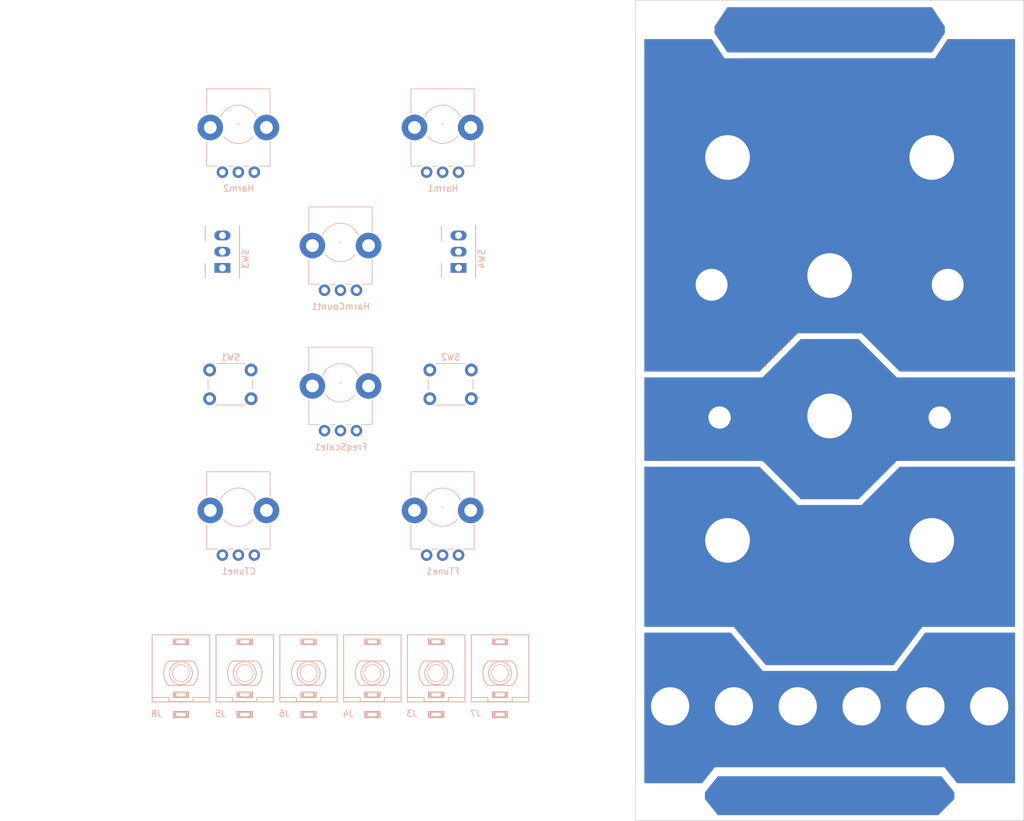
<source format=kicad_pcb>
(kicad_pcb (version 20171130) (host pcbnew "(5.1.5)-3")

  (general
    (thickness 1.6)
    (drawings 128)
    (tracks 0)
    (zones 0)
    (modules 37)
    (nets 22)
  )

  (page A4)
  (layers
    (0 F.Cu signal)
    (31 B.Cu signal)
    (32 B.Adhes user)
    (33 F.Adhes user hide)
    (34 B.Paste user)
    (35 F.Paste user)
    (36 B.SilkS user)
    (37 F.SilkS user)
    (38 B.Mask user)
    (39 F.Mask user)
    (40 Dwgs.User user hide)
    (41 Cmts.User user)
    (42 Eco1.User user)
    (43 Eco2.User user)
    (44 Edge.Cuts user)
    (45 Margin user)
    (46 B.CrtYd user)
    (47 F.CrtYd user)
    (48 B.Fab user)
    (49 F.Fab user hide)
  )

  (setup
    (last_trace_width 0.25)
    (user_trace_width 0.5)
    (trace_clearance 0.2)
    (zone_clearance 0.508)
    (zone_45_only no)
    (trace_min 0.2)
    (via_size 0.8)
    (via_drill 0.4)
    (via_min_size 0.4)
    (via_min_drill 0.3)
    (uvia_size 0.3)
    (uvia_drill 0.1)
    (uvias_allowed no)
    (uvia_min_size 0.2)
    (uvia_min_drill 0.1)
    (edge_width 0.1)
    (segment_width 0.2)
    (pcb_text_width 0.3)
    (pcb_text_size 1.5 1.5)
    (mod_edge_width 0.15)
    (mod_text_size 1 1)
    (mod_text_width 0.15)
    (pad_size 7 7)
    (pad_drill 7)
    (pad_to_mask_clearance 0)
    (solder_mask_min_width 0.25)
    (aux_axis_origin 0 0)
    (visible_elements 7FFFF77F)
    (pcbplotparams
      (layerselection 0x010fc_ffffffff)
      (usegerberextensions false)
      (usegerberattributes false)
      (usegerberadvancedattributes false)
      (creategerberjobfile false)
      (excludeedgelayer true)
      (linewidth 0.100000)
      (plotframeref false)
      (viasonmask false)
      (mode 1)
      (useauxorigin false)
      (hpglpennumber 1)
      (hpglpenspeed 20)
      (hpglpendiameter 15.000000)
      (psnegative false)
      (psa4output false)
      (plotreference true)
      (plotvalue true)
      (plotinvisibletext false)
      (padsonsilk false)
      (subtractmaskfromsilk false)
      (outputformat 1)
      (mirror false)
      (drillshape 0)
      (scaleselection 1)
      (outputdirectory "Gerbers/PCB/"))
  )

  (net 0 "")
  (net 1 GND)
  (net 2 FTUNE)
  (net 3 CV_IN)
  (net 4 +3.3VA)
  (net 5 CTUNE)
  (net 6 Calibration)
  (net 7 RESET)
  (net 8 AUDIO2_OUT)
  (net 9 AUDIO1_OUT)
  (net 10 MIX_SWITCH)
  (net 11 RING_MOD)
  (net 12 HARM2_POT)
  (net 13 HARM1_POT)
  (net 14 FREQ_SC_POT)
  (net 15 FREQ_SCALE_CVIN)
  (net 16 HARM2_CVIN)
  (net 17 HARM1_CVIN)
  (net 18 PITCH_CVIN)
  (net 19 HARM_COUNT_POT)
  (net 20 "Net-(J7-Pad2)")
  (net 21 "Net-(J8-Pad2)")

  (net_class Default "This is the default net class."
    (clearance 0.2)
    (trace_width 0.25)
    (via_dia 0.8)
    (via_drill 0.4)
    (uvia_dia 0.3)
    (uvia_drill 0.1)
    (add_net +3.3VA)
    (add_net AUDIO1_OUT)
    (add_net AUDIO2_OUT)
    (add_net CTUNE)
    (add_net CV_IN)
    (add_net Calibration)
    (add_net FREQ_SCALE_CVIN)
    (add_net FREQ_SC_POT)
    (add_net FTUNE)
    (add_net GND)
    (add_net HARM1_CVIN)
    (add_net HARM1_POT)
    (add_net HARM2_CVIN)
    (add_net HARM2_POT)
    (add_net HARM_COUNT_POT)
    (add_net MIX_SWITCH)
    (add_net "Net-(J7-Pad2)")
    (add_net "Net-(J8-Pad2)")
    (add_net PITCH_CVIN)
    (add_net RESET)
    (add_net RING_MOD)
  )

  (net_class Wide_Power ""
    (clearance 0.2)
    (trace_width 0.5)
    (via_dia 0.8)
    (via_drill 0.4)
    (uvia_dia 0.3)
    (uvia_drill 0.1)
  )

  (module Graphics:Addatone (layer B.Cu) (tedit 0) (tstamp 5E9D9842)
    (at 130 45 180)
    (fp_text reference G*** (at 0 0) (layer B.SilkS) hide
      (effects (font (size 1.524 1.524) (thickness 0.3)) (justify mirror))
    )
    (fp_text value LOGO (at 0.75 0) (layer B.SilkS) hide
      (effects (font (size 1.524 1.524) (thickness 0.3)) (justify mirror))
    )
    (fp_poly (pts (xy 9.60371 1.063626) (xy 9.588719 0.753932) (xy 9.569005 0.550012) (xy 9.532625 0.430848)
      (xy 9.467634 0.375418) (xy 9.36209 0.362702) (xy 9.210303 0.371254) (xy 9.021439 0.380114)
      (xy 8.926694 0.363171) (xy 8.893698 0.305986) (xy 8.89 0.228379) (xy 8.899169 0.131497)
      (xy 8.948142 0.082614) (xy 9.069119 0.065419) (xy 9.215437 0.0635) (xy 9.540875 0.0635)
      (xy 9.501187 -0.134937) (xy 9.473279 -0.29063) (xy 9.461501 -0.388415) (xy 9.4615 -0.388937)
      (xy 9.404729 -0.422077) (xy 9.261096 -0.441953) (xy 9.17575 -0.4445) (xy 9.000084 -0.449862)
      (xy 8.916889 -0.481757) (xy 8.891663 -0.563893) (xy 8.89 -0.640876) (xy 8.89 -0.837253)
      (xy 9.239239 -0.815501) (xy 9.588478 -0.79375) (xy 9.548399 -1.016) (xy 9.514435 -1.17754)
      (xy 9.484171 -1.279792) (xy 9.481162 -1.285875) (xy 9.410987 -1.303778) (xy 9.238648 -1.318608)
      (xy 8.988969 -1.32896) (xy 8.686774 -1.333424) (xy 8.640933 -1.3335) (xy 7.827862 -1.3335)
      (xy 7.781369 0.010604) (xy 7.766044 0.414732) (xy 7.749705 0.778308) (xy 7.733461 1.081286)
      (xy 7.71842 1.303616) (xy 7.70569 1.425249) (xy 7.702394 1.439354) (xy 7.712205 1.472435)
      (xy 7.781385 1.496025) (xy 7.925476 1.511518) (xy 8.160016 1.520306) (xy 8.500548 1.523782)
      (xy 8.647156 1.524001) (xy 9.624401 1.524001) (xy 9.60371 1.063626)) (layer B.Mask) (width 0.01))
    (fp_poly (pts (xy 7.160533 1.52404) (xy 7.494817 1.524) (xy 7.453665 0.619125) (xy 7.435103 0.236816)
      (xy 7.414171 -0.152902) (xy 7.393315 -0.506705) (xy 7.374981 -0.781269) (xy 7.373382 -0.802686)
      (xy 7.33425 -1.319622) (xy 6.712724 -0.850311) (xy 6.468921 -0.669786) (xy 6.259582 -0.521445)
      (xy 6.106432 -0.420225) (xy 6.0312 -0.381064) (xy 6.030099 -0.381) (xy 6.000807 -0.439344)
      (xy 5.979209 -0.59387) (xy 5.969251 -0.813812) (xy 5.969 -0.85725) (xy 5.969 -1.3335)
      (xy 5.410718 -1.3335) (xy 5.373426 -0.841375) (xy 5.355502 -0.577664) (xy 5.33502 -0.233579)
      (xy 5.314627 0.144362) (xy 5.29848 0.47625) (xy 5.281962 0.795846) (xy 5.263883 1.076013)
      (xy 5.246298 1.28878) (xy 5.231264 1.406181) (xy 5.229634 1.412875) (xy 5.227081 1.470669)
      (xy 5.276084 1.504209) (xy 5.400968 1.519858) (xy 5.626057 1.523978) (xy 5.654473 1.524)
      (xy 6.110505 1.524001) (xy 6.871917 0.864377) (xy 6.849083 1.194228) (xy 6.82625 1.524079)
      (xy 7.160533 1.52404)) (layer B.Mask) (width 0.01))
    (fp_poly (pts (xy 2.453023 1.381125) (xy 2.433057 1.244646) (xy 2.418889 1.030144) (xy 2.413867 0.809625)
      (xy 2.413 0.381) (xy 2.136567 0.381) (xy 1.860135 0.381001) (xy 1.819067 -0.10483)
      (xy 1.797983 -0.4073) (xy 1.783166 -0.721155) (xy 1.778 -0.96208) (xy 1.778 -1.3335)
      (xy 1.340906 -1.3335) (xy 1.108239 -1.329813) (xy 0.972176 -1.312679) (xy 0.902393 -1.272983)
      (xy 0.868568 -1.201613) (xy 0.865523 -1.190625) (xy 0.848714 -1.066207) (xy 0.83546 -0.851293)
      (xy 0.827649 -0.582379) (xy 0.826367 -0.433818) (xy 0.822156 -0.157666) (xy 0.811569 0.077135)
      (xy 0.79646 0.236956) (xy 0.786956 0.280557) (xy 0.706888 0.351839) (xy 0.527338 0.380016)
      (xy 0.469456 0.381) (xy 0.1905 0.381) (xy 0.1905 1.524) (xy 2.491312 1.524)
      (xy 2.453023 1.381125)) (layer B.Mask) (width 0.01))
    (fp_poly (pts (xy -0.442802 1.158875) (xy -0.39999 0.956094) (xy -0.339249 0.678777) (xy -0.266352 0.352178)
      (xy -0.187068 0.001552) (xy -0.107169 -0.347846) (xy -0.032425 -0.670763) (xy 0.031394 -0.941943)
      (xy 0.078517 -1.136133) (xy 0.101311 -1.222375) (xy 0.10584 -1.277293) (xy 0.062418 -1.310523)
      (xy -0.052037 -1.327364) (xy -0.260605 -1.333116) (xy -0.382666 -1.3335) (xy -0.641007 -1.330493)
      (xy -0.799469 -1.317267) (xy -0.885113 -1.287515) (xy -0.925002 -1.234926) (xy -0.934532 -1.204851)
      (xy -0.960973 -1.126789) (xy -1.006895 -1.11126) (xy -1.107755 -1.159082) (xy -1.19645 -1.210889)
      (xy -1.340526 -1.280617) (xy -1.431862 -1.296111) (xy -1.444903 -1.285042) (xy -1.496187 -1.18817)
      (xy -1.548641 -1.110233) (xy -1.611419 -1.039755) (xy -1.647944 -1.071685) (xy -1.674561 -1.164728)
      (xy -1.719417 -1.275179) (xy -1.807232 -1.323308) (xy -1.96971 -1.3335) (xy -2.12834 -1.320955)
      (xy -2.216251 -1.289637) (xy -2.2225 -1.27721) (xy -2.208497 -1.19842) (xy -2.169964 -1.01947)
      (xy -2.115361 -0.778) (xy -1.522926 -0.778) (xy -1.484414 -0.817481) (xy -1.35913 -0.800269)
      (xy -1.326983 -0.793432) (xy -1.175255 -0.75609) (xy -1.088857 -0.725814) (xy -1.085108 -0.723147)
      (xy -1.085519 -0.652) (xy -1.121865 -0.512068) (xy -1.177991 -0.350393) (xy -1.237741 -0.214017)
      (xy -1.281334 -0.151745) (xy -1.337008 -0.181051) (xy -1.403767 -0.307084) (xy -1.469143 -0.501772)
      (xy -1.506229 -0.657975) (xy -1.522926 -0.778) (xy -2.115361 -0.778) (xy -2.112119 -0.763667)
      (xy -2.040176 -0.454318) (xy -2.005777 -0.308835) (xy -1.919873 0.061775) (xy -1.837567 0.433019)
      (xy -1.767184 0.766287) (xy -1.71705 1.022969) (xy -1.709857 1.063625) (xy -1.630661 1.524)
      (xy -0.517005 1.524) (xy -0.442802 1.158875)) (layer B.Mask) (width 0.01))
    (fp_poly (pts (xy -8.126302 1.158875) (xy -8.08349 0.956094) (xy -8.022749 0.678777) (xy -7.949852 0.352178)
      (xy -7.870568 0.001552) (xy -7.790669 -0.347846) (xy -7.715925 -0.670763) (xy -7.652106 -0.941943)
      (xy -7.604983 -1.136133) (xy -7.582189 -1.222375) (xy -7.57766 -1.277293) (xy -7.621082 -1.310523)
      (xy -7.735537 -1.327364) (xy -7.944105 -1.333116) (xy -8.066166 -1.3335) (xy -8.324507 -1.330493)
      (xy -8.482969 -1.317267) (xy -8.568613 -1.287515) (xy -8.608502 -1.234926) (xy -8.618032 -1.204851)
      (xy -8.644473 -1.126789) (xy -8.690395 -1.11126) (xy -8.791255 -1.159082) (xy -8.87995 -1.210889)
      (xy -9.024026 -1.280617) (xy -9.115362 -1.296111) (xy -9.128403 -1.285042) (xy -9.179687 -1.18817)
      (xy -9.232141 -1.110233) (xy -9.294919 -1.039755) (xy -9.331444 -1.071685) (xy -9.358061 -1.164728)
      (xy -9.402917 -1.275179) (xy -9.490732 -1.323308) (xy -9.65321 -1.3335) (xy -9.81184 -1.320955)
      (xy -9.899751 -1.289637) (xy -9.906 -1.27721) (xy -9.891997 -1.19842) (xy -9.853464 -1.01947)
      (xy -9.798861 -0.778) (xy -9.206426 -0.778) (xy -9.167914 -0.817481) (xy -9.04263 -0.800269)
      (xy -9.010483 -0.793432) (xy -8.858755 -0.75609) (xy -8.772357 -0.725814) (xy -8.768608 -0.723147)
      (xy -8.769019 -0.652) (xy -8.805365 -0.512068) (xy -8.861491 -0.350393) (xy -8.921241 -0.214017)
      (xy -8.964834 -0.151745) (xy -9.020508 -0.181051) (xy -9.087267 -0.307084) (xy -9.152643 -0.501772)
      (xy -9.189729 -0.657975) (xy -9.206426 -0.778) (xy -9.798861 -0.778) (xy -9.795619 -0.763667)
      (xy -9.723676 -0.454318) (xy -9.689277 -0.308835) (xy -9.603373 0.061775) (xy -9.521067 0.433019)
      (xy -9.450684 0.766287) (xy -9.40055 1.022969) (xy -9.393357 1.063625) (xy -9.314161 1.524)
      (xy -8.200505 1.524) (xy -8.126302 1.158875)) (layer B.Mask) (width 0.01))
    (fp_poly (pts (xy 4.341506 1.5339) (xy 4.651727 1.340027) (xy 4.893062 1.051995) (xy 4.960641 0.923378)
      (xy 5.043674 0.638288) (xy 5.080211 0.284361) (xy 5.070663 -0.089219) (xy 5.015439 -0.433268)
      (xy 4.947664 -0.635) (xy 4.745889 -0.986505) (xy 4.504405 -1.223775) (xy 4.208564 -1.357076)
      (xy 3.860778 -1.396762) (xy 3.525251 -1.356916) (xy 3.303122 -1.261724) (xy 3.13041 -1.144537)
      (xy 3.000345 -1.017401) (xy 2.878229 -0.840947) (xy 2.778759 -0.66675) (xy 2.706927 -0.5104)
      (xy 2.663801 -0.337782) (xy 2.64277 -0.110317) (xy 2.642309 -0.087552) (xy 3.533903 -0.087552)
      (xy 3.545607 -0.310782) (xy 3.604988 -0.519988) (xy 3.705562 -0.680899) (xy 3.840848 -0.759244)
      (xy 3.8735 -0.762) (xy 3.994704 -0.712429) (xy 4.104869 -0.598243) (xy 4.191643 -0.385918)
      (xy 4.215513 -0.142757) (xy 4.178485 0.084883) (xy 4.082565 0.25065) (xy 4.067548 0.263896)
      (xy 3.947845 0.348429) (xy 3.8735 0.381) (xy 3.793029 0.344733) (xy 3.679451 0.263896)
      (xy 3.576356 0.115431) (xy 3.533903 -0.087552) (xy 2.642309 -0.087552) (xy 2.637314 0.15875)
      (xy 2.640504 0.446845) (xy 2.657827 0.648216) (xy 2.697174 0.802989) (xy 2.766436 0.951286)
      (xy 2.807272 1.022867) (xy 2.994511 1.284689) (xy 3.21179 1.457015) (xy 3.500742 1.56981)
      (xy 3.60281 1.595415) (xy 3.984501 1.622675) (xy 4.341506 1.5339)) (layer B.Mask) (width 0.01))
    (fp_poly (pts (xy -3.412395 1.493893) (xy -3.002224 1.339585) (xy -2.673048 1.109026) (xy -2.457587 0.840088)
      (xy -2.363281 0.594543) (xy -2.30932 0.27908) (xy -2.300553 -0.054281) (xy -2.341835 -0.353519)
      (xy -2.345111 -0.365958) (xy -2.489361 -0.683487) (xy -2.725752 -0.969151) (xy -3.01966 -1.183352)
      (xy -3.089584 -1.21739) (xy -3.309805 -1.28408) (xy -3.60976 -1.335295) (xy -3.942646 -1.366386)
      (xy -4.26166 -1.372706) (xy -4.482834 -1.355743) (xy -4.679418 -1.326913) (xy -4.709739 -0.519251)
      (xy -3.61361 -0.519251) (xy -3.61201 -0.690607) (xy -3.596135 -0.779473) (xy -3.560844 -0.808071)
      (xy -3.500996 -0.798625) (xy -3.479075 -0.79217) (xy -3.315841 -0.712225) (xy -3.215627 -0.635476)
      (xy -3.134146 -0.50182) (xy -3.0757 -0.306962) (xy -3.066199 -0.24449) (xy -3.080847 0.021569)
      (xy -3.185738 0.21428) (xy -3.371583 0.318943) (xy -3.429 0.329554) (xy -3.503191 0.334562)
      (xy -3.550549 0.311793) (xy -3.578245 0.23806) (xy -3.593446 0.090176) (xy -3.603323 -0.155048)
      (xy -3.606075 -0.243181) (xy -3.61361 -0.519251) (xy -4.709739 -0.519251) (xy -4.722217 -0.186896)
      (xy -4.738381 0.202744) (xy -4.756353 0.568105) (xy -4.77459 0.882098) (xy -4.791547 1.117633)
      (xy -4.803015 1.23036) (xy -4.841015 1.507598) (xy -4.41828 1.552869) (xy -3.889201 1.566727)
      (xy -3.412395 1.493893)) (layer B.Mask) (width 0.01))
    (fp_poly (pts (xy -6.079395 1.493893) (xy -5.669224 1.339585) (xy -5.340048 1.109026) (xy -5.124587 0.840088)
      (xy -5.030281 0.594543) (xy -4.97632 0.27908) (xy -4.967553 -0.054281) (xy -5.008835 -0.353519)
      (xy -5.012111 -0.365958) (xy -5.156361 -0.683487) (xy -5.392752 -0.969151) (xy -5.68666 -1.183352)
      (xy -5.756584 -1.21739) (xy -5.976805 -1.28408) (xy -6.27676 -1.335295) (xy -6.609646 -1.366386)
      (xy -6.92866 -1.372706) (xy -7.149834 -1.355743) (xy -7.346418 -1.326913) (xy -7.376739 -0.519251)
      (xy -6.28061 -0.519251) (xy -6.27901 -0.690607) (xy -6.263135 -0.779473) (xy -6.227844 -0.808071)
      (xy -6.167996 -0.798625) (xy -6.146075 -0.79217) (xy -5.982841 -0.712225) (xy -5.882627 -0.635476)
      (xy -5.801146 -0.50182) (xy -5.7427 -0.306962) (xy -5.733199 -0.24449) (xy -5.747847 0.021569)
      (xy -5.852738 0.21428) (xy -6.038583 0.318943) (xy -6.096 0.329554) (xy -6.170191 0.334562)
      (xy -6.217549 0.311793) (xy -6.245245 0.23806) (xy -6.260446 0.090176) (xy -6.270323 -0.155048)
      (xy -6.273075 -0.243181) (xy -6.28061 -0.519251) (xy -7.376739 -0.519251) (xy -7.389217 -0.186896)
      (xy -7.405381 0.202744) (xy -7.423353 0.568105) (xy -7.44159 0.882098) (xy -7.458547 1.117633)
      (xy -7.470015 1.23036) (xy -7.508015 1.507598) (xy -7.08528 1.552869) (xy -6.556201 1.566727)
      (xy -6.079395 1.493893)) (layer B.Mask) (width 0.01))
  )

  (module Custom_Footprints:Oval_Mounting_Hole (layer F.Cu) (tedit 5C93BEBC) (tstamp 5C9650F8)
    (at 152.9 43.4)
    (descr "Mounting Hole 6mm, no annular")
    (tags "mounting hole 6mm no annular")
    (fp_text reference Ref** (at 0 -3.5) (layer F.SilkS) hide
      (effects (font (size 1 1) (thickness 0.15)))
    )
    (fp_text value Oval_Mounting_Hole (at 0 5.08) (layer F.Fab)
      (effects (font (size 1 1) (thickness 0.15)))
    )
    (fp_line (start 5.08 -3) (end 7.5 -3) (layer Dwgs.User) (width 0.15))
    (fp_line (start 5.08 3) (end 7.5 3) (layer Dwgs.User) (width 0.15))
    (fp_line (start 7.5 1.27) (end 7.5 3) (layer Dwgs.User) (width 0.15))
    (fp_line (start 7.5 -3) (end 7.5 -1.27) (layer Dwgs.User) (width 0.15))
    (fp_line (start -7.5 3) (end -5.08 3) (layer Dwgs.User) (width 0.15))
    (fp_line (start -7.5 -3) (end -5.08 -3) (layer Dwgs.User) (width 0.15))
    (fp_line (start -7.5 1.27) (end -7.5 3) (layer Dwgs.User) (width 0.15))
    (fp_line (start -7.5 -3) (end -7.5 -1.27) (layer Dwgs.User) (width 0.15))
    (fp_circle (center 0 0) (end 1.54 0) (layer Cmts.User) (width 0.15))
    (pad "" np_thru_hole oval (at 0 0) (size 5 3.2) (drill oval 5 3.2) (layers *.Cu *.Mask))
  )

  (module Custom_Footprints:Sub_Miniature_Switch_MountingHole_3.5mm (layer F.Cu) (tedit 5D95D0D3) (tstamp 5E9C5E44)
    (at 147.25 105.75)
    (descr "Mounting Hole 6mm, no annular")
    (tags "mounting hole 6mm no annular")
    (fp_text reference Ref** (at 0 -5.4) (layer F.SilkS) hide
      (effects (font (size 1 1) (thickness 0.15)))
    )
    (fp_text value Subminiature_Switch (at 0 5.1) (layer F.Fab) hide
      (effects (font (size 1 1) (thickness 0.15)))
    )
    (fp_circle (center 0 0) (end 1.6 0) (layer F.CrtYd) (width 0.05))
    (fp_circle (center 0 0) (end 1.5 0) (layer Cmts.User) (width 0.15))
    (pad "" np_thru_hole circle (at 0 0) (size 3.5 3.5) (drill 3.5) (layers *.Cu *.Mask))
  )

  (module Custom_Footprints:Sub_Miniature_Switch_MountingHole_3.5mm (layer F.Cu) (tedit 5D95D0D3) (tstamp 5E9C5E42)
    (at 112.75 105.75)
    (descr "Mounting Hole 6mm, no annular")
    (tags "mounting hole 6mm no annular")
    (fp_text reference Ref** (at 0 -5.4) (layer F.SilkS) hide
      (effects (font (size 1 1) (thickness 0.15)))
    )
    (fp_text value Subminiature_Switch (at 0 5.1) (layer F.Fab) hide
      (effects (font (size 1 1) (thickness 0.15)))
    )
    (fp_circle (center 0 0) (end 1.5 0) (layer Cmts.User) (width 0.15))
    (fp_circle (center 0 0) (end 1.6 0) (layer F.CrtYd) (width 0.05))
    (pad "" np_thru_hole circle (at 0 0) (size 3.5 3.5) (drill 3.5) (layers *.Cu *.Mask))
  )

  (module Custom_Footprints:Sub_Miniature_Switch_MountingHole_5mm (layer F.Cu) (tedit 5C92BD58) (tstamp 5E9C5E07)
    (at 148.5 84.95)
    (descr "Mounting Hole 6mm, no annular")
    (tags "mounting hole 6mm no annular")
    (fp_text reference Ref** (at 0 -5.4) (layer F.SilkS) hide
      (effects (font (size 1 1) (thickness 0.15)))
    )
    (fp_text value Subminiature_Switch (at 0 5.1) (layer F.Fab) hide
      (effects (font (size 1 1) (thickness 0.15)))
    )
    (fp_circle (center 0 0) (end 4 0) (layer F.CrtYd) (width 0.05))
    (fp_circle (center 0 0) (end 2.5 0) (layer Cmts.User) (width 0.15))
    (pad "" np_thru_hole circle (at 0 0) (size 5 5) (drill 5) (layers *.Cu *.Mask))
  )

  (module Custom_Footprints:Sub_Miniature_Switch_MountingHole_5mm (layer F.Cu) (tedit 5C92BD58) (tstamp 5E9C5DE4)
    (at 111.5 84.95)
    (descr "Mounting Hole 6mm, no annular")
    (tags "mounting hole 6mm no annular")
    (fp_text reference Ref** (at 0 -5.4) (layer F.SilkS) hide
      (effects (font (size 1 1) (thickness 0.15)))
    )
    (fp_text value Subminiature_Switch (at 0 5.1) (layer F.Fab) hide
      (effects (font (size 1 1) (thickness 0.15)))
    )
    (fp_circle (center 0 0) (end 2.5 0) (layer Cmts.User) (width 0.15))
    (fp_circle (center 0 0) (end 4 0) (layer F.CrtYd) (width 0.05))
    (pad "" np_thru_hole circle (at 0 0) (size 5 5) (drill 5) (layers *.Cu *.Mask))
  )

  (module Custom_Footprints:Thonkiconn_Socket_MountingHole_6mm (layer F.Cu) (tedit 5C92C29C) (tstamp 5E9C5CA6)
    (at 155 151)
    (descr "Mounting Hole 6mm, no annular")
    (tags "mounting hole 6mm no annular")
    (fp_text reference Ref** (at 0 -5.8) (layer F.SilkS) hide
      (effects (font (size 1 1) (thickness 0.15)))
    )
    (fp_text value Thonkiconn_Socket_MountingHole_6mm (at 0 5.825) (layer F.Fab) hide
      (effects (font (size 1 1) (thickness 0.15)))
    )
    (fp_circle (center 0 0) (end 4.5 0) (layer F.CrtYd) (width 0.05))
    (pad "" np_thru_hole circle (at 0 0) (size 6 6) (drill 6) (layers *.Cu *.Mask))
  )

  (module Custom_Footprints:Thonkiconn_Socket_MountingHole_6mm (layer F.Cu) (tedit 5C92C29C) (tstamp 5E9C5C9C)
    (at 145 151)
    (descr "Mounting Hole 6mm, no annular")
    (tags "mounting hole 6mm no annular")
    (fp_text reference Ref** (at 0 -5.8) (layer F.SilkS) hide
      (effects (font (size 1 1) (thickness 0.15)))
    )
    (fp_text value Thonkiconn_Socket_MountingHole_6mm (at 0 5.825) (layer F.Fab) hide
      (effects (font (size 1 1) (thickness 0.15)))
    )
    (fp_circle (center 0 0) (end 4.5 0) (layer F.CrtYd) (width 0.05))
    (pad "" np_thru_hole circle (at 0 0) (size 6 6) (drill 6) (layers *.Cu *.Mask))
  )

  (module Custom_Footprints:Thonkiconn_Socket_MountingHole_6mm (layer F.Cu) (tedit 5C92C29C) (tstamp 5E9C5C92)
    (at 135 151)
    (descr "Mounting Hole 6mm, no annular")
    (tags "mounting hole 6mm no annular")
    (fp_text reference Ref** (at 0 -5.8) (layer F.SilkS) hide
      (effects (font (size 1 1) (thickness 0.15)))
    )
    (fp_text value Thonkiconn_Socket_MountingHole_6mm (at 0 5.825) (layer F.Fab) hide
      (effects (font (size 1 1) (thickness 0.15)))
    )
    (fp_circle (center 0 0) (end 4.5 0) (layer F.CrtYd) (width 0.05))
    (pad "" np_thru_hole circle (at 0 0) (size 6 6) (drill 6) (layers *.Cu *.Mask))
  )

  (module Custom_Footprints:Thonkiconn_Socket_MountingHole_6mm (layer F.Cu) (tedit 5C92C29C) (tstamp 5E9C5C88)
    (at 125 151)
    (descr "Mounting Hole 6mm, no annular")
    (tags "mounting hole 6mm no annular")
    (fp_text reference Ref** (at 0 -5.8) (layer F.SilkS) hide
      (effects (font (size 1 1) (thickness 0.15)))
    )
    (fp_text value Thonkiconn_Socket_MountingHole_6mm (at 0 5.825) (layer F.Fab) hide
      (effects (font (size 1 1) (thickness 0.15)))
    )
    (fp_circle (center 0 0) (end 4.5 0) (layer F.CrtYd) (width 0.05))
    (pad "" np_thru_hole circle (at 0 0) (size 6 6) (drill 6) (layers *.Cu *.Mask))
  )

  (module Custom_Footprints:Thonkiconn_Socket_MountingHole_6mm (layer F.Cu) (tedit 5C92C29C) (tstamp 5E9C5C7E)
    (at 115 151)
    (descr "Mounting Hole 6mm, no annular")
    (tags "mounting hole 6mm no annular")
    (fp_text reference Ref** (at 0 -5.8) (layer F.SilkS) hide
      (effects (font (size 1 1) (thickness 0.15)))
    )
    (fp_text value Thonkiconn_Socket_MountingHole_6mm (at 0 5.825) (layer F.Fab) hide
      (effects (font (size 1 1) (thickness 0.15)))
    )
    (fp_circle (center 0 0) (end 4.5 0) (layer F.CrtYd) (width 0.05))
    (pad "" np_thru_hole circle (at 0 0) (size 6 6) (drill 6) (layers *.Cu *.Mask))
  )

  (module Custom_Footprints:Thonkiconn_Socket_MountingHole_6mm (layer F.Cu) (tedit 5C92C29C) (tstamp 5E9C5C63)
    (at 105 151)
    (descr "Mounting Hole 6mm, no annular")
    (tags "mounting hole 6mm no annular")
    (fp_text reference Ref** (at 0 -5.8) (layer F.SilkS) hide
      (effects (font (size 1 1) (thickness 0.15)))
    )
    (fp_text value Thonkiconn_Socket_MountingHole_6mm (at 0 5.825) (layer F.Fab) hide
      (effects (font (size 1 1) (thickness 0.15)))
    )
    (fp_circle (center 0 0) (end 4.5 0) (layer F.CrtYd) (width 0.05))
    (pad "" np_thru_hole circle (at 0 0) (size 6 6) (drill 6) (layers *.Cu *.Mask))
  )

  (module Custom_Footprints:Alpha_9mm_pot_hole (layer F.Cu) (tedit 5E9C5EEA) (tstamp 5E9C5B17)
    (at 146 125)
    (descr "Mounting Hole 7mm")
    (tags "mounting hole 7mm")
    (fp_text reference Ref** (at 0 -6.8) (layer F.SilkS) hide
      (effects (font (size 1 1) (thickness 0.15)))
    )
    (fp_text value Alpha_9mm_pot_hole (at 0 7) (layer F.Fab) hide
      (effects (font (size 1 1) (thickness 0.15)))
    )
    (fp_circle (center 0 0) (end 6 0) (layer F.CrtYd) (width 0.05))
    (fp_circle (center 0 0) (end 3.5 0) (layer Cmts.User) (width 0.15))
    (pad "" np_thru_hole circle (at 0 0) (size 7 7) (drill 7) (layers *.Cu *.Mask))
  )

  (module Custom_Footprints:Alpha_9mm_pot_hole (layer F.Cu) (tedit 5E9C7B3C) (tstamp 5E9C5B0A)
    (at 114 125)
    (descr "Mounting Hole 7mm")
    (tags "mounting hole 7mm")
    (fp_text reference Ref** (at 0 -6.8) (layer F.SilkS) hide
      (effects (font (size 1 1) (thickness 0.15)))
    )
    (fp_text value Alpha_9mm_pot_hole (at 0 7) (layer F.Fab) hide
      (effects (font (size 1 1) (thickness 0.15)))
    )
    (fp_circle (center 0 0) (end 3.5 0) (layer Cmts.User) (width 0.15))
    (fp_circle (center 0 0) (end 6 0) (layer F.CrtYd) (width 0.05))
    (pad "" np_thru_hole circle (at 0 0) (size 7 7) (drill 7) (layers *.Cu *.Mask))
  )

  (module Custom_Footprints:Alpha_9mm_pot_hole (layer F.Cu) (tedit 5E9C5EE1) (tstamp 5E9C5ACB)
    (at 130 105.5)
    (descr "Mounting Hole 7mm")
    (tags "mounting hole 7mm")
    (fp_text reference Ref** (at 0 -6.8) (layer F.SilkS) hide
      (effects (font (size 1 1) (thickness 0.15)))
    )
    (fp_text value Alpha_9mm_pot_hole (at 0 7) (layer F.Fab) hide
      (effects (font (size 1 1) (thickness 0.15)))
    )
    (fp_circle (center 0 0) (end 6 0) (layer F.CrtYd) (width 0.05))
    (fp_circle (center 0 0) (end 3.5 0) (layer Cmts.User) (width 0.15))
    (pad "" np_thru_hole circle (at 0 0) (size 7 7) (drill 7) (layers *.Cu *.Mask))
  )

  (module Custom_Footprints:Alpha_9mm_Potentiometer (layer B.Cu) (tedit 5E9C5575) (tstamp 5E988D04)
    (at 50.85 107.8 90)
    (descr "Potentiometer, horizontally mounted, Omeg PC16PU, Omeg PC16PU, Omeg PC16PU, Vishay/Spectrol 248GJ/249GJ Single, Vishay/Spectrol 248GJ/249GJ Single, Vishay/Spectrol 248GJ/249GJ Single, Vishay/Spectrol 248GH/249GH Single, Vishay/Spectrol 148/149 Single, Vishay/Spectrol 148/149 Single, Vishay/Spectrol 148/149 Single, Vishay/Spectrol 148A/149A Single with mounting plates, Vishay/Spectrol 148/149 Double, Vishay/Spectrol 148A/149A Double with mounting plates, Piher PC-16 Single, Piher PC-16 Single, Piher PC-16 Single, Piher PC-16SV Single, Piher PC-16 Double, Piher PC-16 Triple, Piher T16H Single, Piher T16L Single, Piher T16H Double, Alps RK163 Single, Alps RK163 Double, Alps RK097 Single, Alps RK097 Double, Bourns PTV09A-2 Single with mounting sleve Single, Bourns PTV09A-1 with mounting sleve Single, Bourns PRS11S Single, Alps RK09K Single with mounting sleve Single, Alps RK09K with mounting sleve Single, http://www.alps.com/prod/info/E/HTML/Potentiometer/RotaryPotentiometers/RK09K/RK09D1130C1B.html")
    (tags "Potentiometer horizontal  Omeg PC16PU  Omeg PC16PU  Omeg PC16PU  Vishay/Spectrol 248GJ/249GJ Single  Vishay/Spectrol 248GJ/249GJ Single  Vishay/Spectrol 248GJ/249GJ Single  Vishay/Spectrol 248GH/249GH Single  Vishay/Spectrol 148/149 Single  Vishay/Spectrol 148/149 Single  Vishay/Spectrol 148/149 Single  Vishay/Spectrol 148A/149A Single with mounting plates  Vishay/Spectrol 148/149 Double  Vishay/Spectrol 148A/149A Double with mounting plates  Piher PC-16 Single  Piher PC-16 Single  Piher PC-16 Single  Piher PC-16SV Single  Piher PC-16 Double  Piher PC-16 Triple  Piher T16H Single  Piher T16L Single  Piher T16H Double  Alps RK163 Single  Alps RK163 Double  Alps RK097 Single  Alps RK097 Double  Bourns PTV09A-2 Single with mounting sleve Single  Bourns PTV09A-1 with mounting sleve Single  Bourns PRS11S Single  Alps RK09K Single with mounting sleve Single  Alps RK09K with mounting sleve Single")
    (path /5C7E8920)
    (fp_text reference FreqScale1 (at -2.54 2.54 180) (layer B.SilkS)
      (effects (font (size 1 1) (thickness 0.15)) (justify mirror))
    )
    (fp_text value B10k (at 6.05 -5.15 90) (layer B.Fab)
      (effects (font (size 1 1) (thickness 0.15)) (justify mirror))
    )
    (fp_line (start 13.25 9.15) (end -1.15 9.15) (layer B.CrtYd) (width 0.05))
    (fp_line (start 13.25 -4.15) (end 13.25 9.15) (layer B.CrtYd) (width 0.05))
    (fp_line (start -1.15 -4.15) (end 13.25 -4.15) (layer B.CrtYd) (width 0.05))
    (fp_line (start -1.15 9.15) (end -1.15 -4.15) (layer B.CrtYd) (width 0.05))
    (fp_line (start 13.06 7.461) (end 13.06 -2.46) (layer B.SilkS) (width 0.12))
    (fp_line (start 0.94 -0.825) (end 0.94 -2.46) (layer B.SilkS) (width 0.12))
    (fp_line (start 0.94 1.675) (end 0.94 0.825) (layer B.SilkS) (width 0.12))
    (fp_line (start 0.94 4.175) (end 0.94 3.325) (layer B.SilkS) (width 0.12))
    (fp_line (start 0.94 7.461) (end 0.94 5.825) (layer B.SilkS) (width 0.12))
    (fp_line (start 9.195 -2.46) (end 13.06 -2.46) (layer B.SilkS) (width 0.12))
    (fp_line (start 0.94 -2.46) (end 4.806 -2.46) (layer B.SilkS) (width 0.12))
    (fp_line (start 9.195 7.461) (end 13.06 7.461) (layer B.SilkS) (width 0.12))
    (fp_line (start 0.94 7.461) (end 4.806 7.461) (layer B.SilkS) (width 0.12))
    (fp_line (start 13 7.4) (end 1 7.4) (layer B.Fab) (width 0.1))
    (fp_line (start 13 -2.4) (end 13 7.4) (layer B.Fab) (width 0.1))
    (fp_line (start 1 -2.4) (end 13 -2.4) (layer B.Fab) (width 0.1))
    (fp_line (start 1 7.4) (end 1 -2.4) (layer B.Fab) (width 0.1))
    (fp_circle (center 7.5 2.5) (end 10.5 2.5) (layer B.Fab) (width 0.1))
    (fp_circle (center 7.5 2.5) (end 10.75 2.5) (layer B.Fab) (width 0.1))
    (fp_arc (start 7.5 2.5) (end 5.572 4.798) (angle 100) (layer B.SilkS) (width 0.12))
    (fp_arc (start 7.5 2.5) (end 8.673 -0.262) (angle 134) (layer B.SilkS) (width 0.12))
    (fp_circle (center 7.5 2.5) (end 7.5 2.5) (layer B.SilkS) (width 0.15))
    (pad 0 np_thru_hole circle (at 7 -1.9 90) (size 4 4) (drill 2) (layers *.Cu *.Mask))
    (pad 0 np_thru_hole circle (at 7 6.9 90) (size 4 4) (drill 2) (layers *.Cu *.Mask))
    (pad 1 thru_hole circle (at 0 0 90) (size 1.8 1.8) (drill 1) (layers *.Cu *.Mask)
      (net 4 +3.3VA))
    (pad 2 thru_hole circle (at 0 2.5 90) (size 1.8 1.8) (drill 1) (layers *.Cu *.Mask)
      (net 14 FREQ_SC_POT))
    (pad 3 thru_hole circle (at 0 5 90) (size 1.8 1.8) (drill 1) (layers *.Cu *.Mask)
      (net 1 GND))
    (model Potentiometers.3dshapes/Potentiometer_Alps_RK09K_Horizontal.wrl
      (at (xyz 0 0 0))
      (scale (xyz 0.393701 0.393701 0.393701))
      (rotate (xyz 0 0 0))
    )
    (model D:/docs/kiCad/Custom_Footprints.pretty/3dmodels/ALPHA-RD901F-40.step
      (offset (xyz 7.3 2.5 0))
      (scale (xyz 1 1 1))
      (rotate (xyz 0 0 90))
    )
  )

  (module Custom_Footprints:Alpha_9mm_pot_hole (layer F.Cu) (tedit 5E9C5EE4) (tstamp 5E9C59AC)
    (at 130 83.5)
    (descr "Mounting Hole 7mm")
    (tags "mounting hole 7mm")
    (fp_text reference Ref** (at 0 -6.8) (layer F.SilkS) hide
      (effects (font (size 1 1) (thickness 0.15)))
    )
    (fp_text value Alpha_9mm_pot_hole (at 0 7) (layer F.Fab) hide
      (effects (font (size 1 1) (thickness 0.15)))
    )
    (fp_circle (center 0 0) (end 3.5 0) (layer Cmts.User) (width 0.15))
    (fp_circle (center 0 0) (end 6 0) (layer F.CrtYd) (width 0.05))
    (pad "" np_thru_hole circle (at 0 0) (size 7 7) (drill 7) (layers *.Cu *.Mask))
  )

  (module Custom_Footprints:Alpha_9mm_pot_hole (layer F.Cu) (tedit 5E9C5ED7) (tstamp 5E9C59A0)
    (at 146 65)
    (descr "Mounting Hole 7mm")
    (tags "mounting hole 7mm")
    (fp_text reference Ref** (at 0 -6.8) (layer F.SilkS) hide
      (effects (font (size 1 1) (thickness 0.15)))
    )
    (fp_text value Alpha_9mm_pot_hole (at 0 7) (layer F.Fab) hide
      (effects (font (size 1 1) (thickness 0.15)))
    )
    (fp_circle (center 0 0) (end 6 0) (layer F.CrtYd) (width 0.05))
    (fp_circle (center 0 0) (end 3.5 0) (layer Cmts.User) (width 0.15))
    (pad "" np_thru_hole circle (at 0 0) (size 7 7) (drill 7) (layers *.Cu *.Mask))
  )

  (module Custom_Footprints:Alpha_9mm_Potentiometer (layer B.Cu) (tedit 5E9C5252) (tstamp 5E9C566F)
    (at 50.85 85.8 90)
    (descr "Potentiometer, horizontally mounted, Omeg PC16PU, Omeg PC16PU, Omeg PC16PU, Vishay/Spectrol 248GJ/249GJ Single, Vishay/Spectrol 248GJ/249GJ Single, Vishay/Spectrol 248GJ/249GJ Single, Vishay/Spectrol 248GH/249GH Single, Vishay/Spectrol 148/149 Single, Vishay/Spectrol 148/149 Single, Vishay/Spectrol 148/149 Single, Vishay/Spectrol 148A/149A Single with mounting plates, Vishay/Spectrol 148/149 Double, Vishay/Spectrol 148A/149A Double with mounting plates, Piher PC-16 Single, Piher PC-16 Single, Piher PC-16 Single, Piher PC-16SV Single, Piher PC-16 Double, Piher PC-16 Triple, Piher T16H Single, Piher T16L Single, Piher T16H Double, Alps RK163 Single, Alps RK163 Double, Alps RK097 Single, Alps RK097 Double, Bourns PTV09A-2 Single with mounting sleve Single, Bourns PTV09A-1 with mounting sleve Single, Bourns PRS11S Single, Alps RK09K Single with mounting sleve Single, Alps RK09K with mounting sleve Single, http://www.alps.com/prod/info/E/HTML/Potentiometer/RotaryPotentiometers/RK09K/RK09D1130C1B.html")
    (tags "Potentiometer horizontal  Omeg PC16PU  Omeg PC16PU  Omeg PC16PU  Vishay/Spectrol 248GJ/249GJ Single  Vishay/Spectrol 248GJ/249GJ Single  Vishay/Spectrol 248GJ/249GJ Single  Vishay/Spectrol 248GH/249GH Single  Vishay/Spectrol 148/149 Single  Vishay/Spectrol 148/149 Single  Vishay/Spectrol 148/149 Single  Vishay/Spectrol 148A/149A Single with mounting plates  Vishay/Spectrol 148/149 Double  Vishay/Spectrol 148A/149A Double with mounting plates  Piher PC-16 Single  Piher PC-16 Single  Piher PC-16 Single  Piher PC-16SV Single  Piher PC-16 Double  Piher PC-16 Triple  Piher T16H Single  Piher T16L Single  Piher T16H Double  Alps RK163 Single  Alps RK163 Double  Alps RK097 Single  Alps RK097 Double  Bourns PTV09A-2 Single with mounting sleve Single  Bourns PTV09A-1 with mounting sleve Single  Bourns PRS11S Single  Alps RK09K Single with mounting sleve Single  Alps RK09K with mounting sleve Single")
    (path /5C88F637)
    (fp_text reference HarmCount1 (at -2.54 2.54 180) (layer B.SilkS)
      (effects (font (size 1 1) (thickness 0.15)) (justify mirror))
    )
    (fp_text value B10k (at 6.05 -5.15 90) (layer B.Fab)
      (effects (font (size 1 1) (thickness 0.15)) (justify mirror))
    )
    (fp_arc (start 7.5 2.5) (end 8.673 -0.262) (angle 134) (layer B.SilkS) (width 0.12))
    (fp_arc (start 7.5 2.5) (end 5.572 4.798) (angle 100) (layer B.SilkS) (width 0.12))
    (fp_circle (center 7.5 2.5) (end 10.75 2.5) (layer B.Fab) (width 0.1))
    (fp_circle (center 7.5 2.5) (end 10.5 2.5) (layer B.Fab) (width 0.1))
    (fp_line (start 1 7.4) (end 1 -2.4) (layer B.Fab) (width 0.1))
    (fp_line (start 1 -2.4) (end 13 -2.4) (layer B.Fab) (width 0.1))
    (fp_line (start 13 -2.4) (end 13 7.4) (layer B.Fab) (width 0.1))
    (fp_line (start 13 7.4) (end 1 7.4) (layer B.Fab) (width 0.1))
    (fp_line (start 0.94 7.461) (end 4.806 7.461) (layer B.SilkS) (width 0.12))
    (fp_line (start 9.195 7.461) (end 13.06 7.461) (layer B.SilkS) (width 0.12))
    (fp_line (start 0.94 -2.46) (end 4.806 -2.46) (layer B.SilkS) (width 0.12))
    (fp_line (start 9.195 -2.46) (end 13.06 -2.46) (layer B.SilkS) (width 0.12))
    (fp_line (start 0.94 7.461) (end 0.94 5.825) (layer B.SilkS) (width 0.12))
    (fp_line (start 0.94 4.175) (end 0.94 3.325) (layer B.SilkS) (width 0.12))
    (fp_line (start 0.94 1.675) (end 0.94 0.825) (layer B.SilkS) (width 0.12))
    (fp_line (start 0.94 -0.825) (end 0.94 -2.46) (layer B.SilkS) (width 0.12))
    (fp_line (start 13.06 7.461) (end 13.06 -2.46) (layer B.SilkS) (width 0.12))
    (fp_line (start -1.15 9.15) (end -1.15 -4.15) (layer B.CrtYd) (width 0.05))
    (fp_line (start -1.15 -4.15) (end 13.25 -4.15) (layer B.CrtYd) (width 0.05))
    (fp_line (start 13.25 -4.15) (end 13.25 9.15) (layer B.CrtYd) (width 0.05))
    (fp_line (start 13.25 9.15) (end -1.15 9.15) (layer B.CrtYd) (width 0.05))
    (fp_circle (center 7.5 2.5) (end 7.5 2.5) (layer B.SilkS) (width 0.15))
    (pad 3 thru_hole circle (at 0 5 90) (size 1.8 1.8) (drill 1) (layers *.Cu *.Mask)
      (net 1 GND))
    (pad 2 thru_hole circle (at 0 2.5 90) (size 1.8 1.8) (drill 1) (layers *.Cu *.Mask)
      (net 19 HARM_COUNT_POT))
    (pad 1 thru_hole circle (at 0 0 90) (size 1.8 1.8) (drill 1) (layers *.Cu *.Mask)
      (net 4 +3.3VA))
    (pad 0 np_thru_hole circle (at 7 6.9 90) (size 4 4) (drill 2) (layers *.Cu *.Mask))
    (pad 0 np_thru_hole circle (at 7 -1.9 90) (size 4 4) (drill 2) (layers *.Cu *.Mask))
    (model Potentiometers.3dshapes/Potentiometer_Alps_RK09K_Horizontal.wrl
      (at (xyz 0 0 0))
      (scale (xyz 0.393701 0.393701 0.393701))
      (rotate (xyz 0 0 0))
    )
    (model D:/docs/kiCad/Custom_Footprints.pretty/3dmodels/ALPHA-RD901F-40.step
      (offset (xyz 7.3 2.5 0))
      (scale (xyz 1 1 1))
      (rotate (xyz 0 0 90))
    )
  )

  (module Custom_Footprints:Alpha_9mm_Potentiometer (layer B.Cu) (tedit 5E9C51E7) (tstamp 5E988AD3)
    (at 66.85 127.3 90)
    (descr "Potentiometer, horizontally mounted, Omeg PC16PU, Omeg PC16PU, Omeg PC16PU, Vishay/Spectrol 248GJ/249GJ Single, Vishay/Spectrol 248GJ/249GJ Single, Vishay/Spectrol 248GJ/249GJ Single, Vishay/Spectrol 248GH/249GH Single, Vishay/Spectrol 148/149 Single, Vishay/Spectrol 148/149 Single, Vishay/Spectrol 148/149 Single, Vishay/Spectrol 148A/149A Single with mounting plates, Vishay/Spectrol 148/149 Double, Vishay/Spectrol 148A/149A Double with mounting plates, Piher PC-16 Single, Piher PC-16 Single, Piher PC-16 Single, Piher PC-16SV Single, Piher PC-16 Double, Piher PC-16 Triple, Piher T16H Single, Piher T16L Single, Piher T16H Double, Alps RK163 Single, Alps RK163 Double, Alps RK097 Single, Alps RK097 Double, Bourns PTV09A-2 Single with mounting sleve Single, Bourns PTV09A-1 with mounting sleve Single, Bourns PRS11S Single, Alps RK09K Single with mounting sleve Single, Alps RK09K with mounting sleve Single, http://www.alps.com/prod/info/E/HTML/Potentiometer/RotaryPotentiometers/RK09K/RK09D1130C1B.html")
    (tags "Potentiometer horizontal  Omeg PC16PU  Omeg PC16PU  Omeg PC16PU  Vishay/Spectrol 248GJ/249GJ Single  Vishay/Spectrol 248GJ/249GJ Single  Vishay/Spectrol 248GJ/249GJ Single  Vishay/Spectrol 248GH/249GH Single  Vishay/Spectrol 148/149 Single  Vishay/Spectrol 148/149 Single  Vishay/Spectrol 148/149 Single  Vishay/Spectrol 148A/149A Single with mounting plates  Vishay/Spectrol 148/149 Double  Vishay/Spectrol 148A/149A Double with mounting plates  Piher PC-16 Single  Piher PC-16 Single  Piher PC-16 Single  Piher PC-16SV Single  Piher PC-16 Double  Piher PC-16 Triple  Piher T16H Single  Piher T16L Single  Piher T16H Double  Alps RK163 Single  Alps RK163 Double  Alps RK097 Single  Alps RK097 Double  Bourns PTV09A-2 Single with mounting sleve Single  Bourns PTV09A-1 with mounting sleve Single  Bourns PRS11S Single  Alps RK09K Single with mounting sleve Single  Alps RK09K with mounting sleve Single")
    (path /5C9C8E94)
    (fp_text reference FTune1 (at -2.54 2.54 180) (layer B.SilkS)
      (effects (font (size 1 1) (thickness 0.15)) (justify mirror))
    )
    (fp_text value B10k (at 6.05 -5.15 90) (layer B.Fab)
      (effects (font (size 1 1) (thickness 0.15)) (justify mirror))
    )
    (fp_line (start 13.25 9.15) (end -1.15 9.15) (layer B.CrtYd) (width 0.05))
    (fp_line (start 13.25 -4.15) (end 13.25 9.15) (layer B.CrtYd) (width 0.05))
    (fp_line (start -1.15 -4.15) (end 13.25 -4.15) (layer B.CrtYd) (width 0.05))
    (fp_line (start -1.15 9.15) (end -1.15 -4.15) (layer B.CrtYd) (width 0.05))
    (fp_line (start 13.06 7.461) (end 13.06 -2.46) (layer B.SilkS) (width 0.12))
    (fp_line (start 0.94 -0.825) (end 0.94 -2.46) (layer B.SilkS) (width 0.12))
    (fp_line (start 0.94 1.675) (end 0.94 0.825) (layer B.SilkS) (width 0.12))
    (fp_line (start 0.94 4.175) (end 0.94 3.325) (layer B.SilkS) (width 0.12))
    (fp_line (start 0.94 7.461) (end 0.94 5.825) (layer B.SilkS) (width 0.12))
    (fp_line (start 9.195 -2.46) (end 13.06 -2.46) (layer B.SilkS) (width 0.12))
    (fp_line (start 0.94 -2.46) (end 4.806 -2.46) (layer B.SilkS) (width 0.12))
    (fp_line (start 9.195 7.461) (end 13.06 7.461) (layer B.SilkS) (width 0.12))
    (fp_line (start 0.94 7.461) (end 4.806 7.461) (layer B.SilkS) (width 0.12))
    (fp_line (start 13 7.4) (end 1 7.4) (layer B.Fab) (width 0.1))
    (fp_line (start 13 -2.4) (end 13 7.4) (layer B.Fab) (width 0.1))
    (fp_line (start 1 -2.4) (end 13 -2.4) (layer B.Fab) (width 0.1))
    (fp_line (start 1 7.4) (end 1 -2.4) (layer B.Fab) (width 0.1))
    (fp_circle (center 7.5 2.5) (end 10.5 2.5) (layer B.Fab) (width 0.1))
    (fp_circle (center 7.5 2.5) (end 10.75 2.5) (layer B.Fab) (width 0.1))
    (fp_arc (start 7.5 2.5) (end 5.572 4.798) (angle 100) (layer B.SilkS) (width 0.12))
    (fp_arc (start 7.5 2.5) (end 8.673 -0.262) (angle 134) (layer B.SilkS) (width 0.12))
    (fp_circle (center 7.5 2.5) (end 7.5 2.5) (layer B.SilkS) (width 0.15))
    (pad 0 np_thru_hole circle (at 7 -1.9 90) (size 4 4) (drill 2) (layers *.Cu *.Mask))
    (pad 0 np_thru_hole circle (at 7 6.9 90) (size 4 4) (drill 2) (layers *.Cu *.Mask))
    (pad 1 thru_hole circle (at 0 0 90) (size 1.8 1.8) (drill 1) (layers *.Cu *.Mask)
      (net 4 +3.3VA))
    (pad 2 thru_hole circle (at 0 2.5 90) (size 1.8 1.8) (drill 1) (layers *.Cu *.Mask)
      (net 2 FTUNE))
    (pad 3 thru_hole circle (at 0 5 90) (size 1.8 1.8) (drill 1) (layers *.Cu *.Mask)
      (net 1 GND))
    (model Potentiometers.3dshapes/Potentiometer_Alps_RK09K_Horizontal.wrl
      (at (xyz 0 0 0))
      (scale (xyz 0.393701 0.393701 0.393701))
      (rotate (xyz 0 0 0))
    )
    (model D:/docs/kiCad/Custom_Footprints.pretty/3dmodels/ALPHA-RD901F-40.step
      (offset (xyz 7.3 2.5 0))
      (scale (xyz 1 1 1))
      (rotate (xyz 0 0 90))
    )
  )

  (module Custom_Footprints:Alpha_9mm_Potentiometer (layer B.Cu) (tedit 5E9C51A9) (tstamp 5E9889EC)
    (at 66.85 67.3 90)
    (descr "Potentiometer, horizontally mounted, Omeg PC16PU, Omeg PC16PU, Omeg PC16PU, Vishay/Spectrol 248GJ/249GJ Single, Vishay/Spectrol 248GJ/249GJ Single, Vishay/Spectrol 248GJ/249GJ Single, Vishay/Spectrol 248GH/249GH Single, Vishay/Spectrol 148/149 Single, Vishay/Spectrol 148/149 Single, Vishay/Spectrol 148/149 Single, Vishay/Spectrol 148A/149A Single with mounting plates, Vishay/Spectrol 148/149 Double, Vishay/Spectrol 148A/149A Double with mounting plates, Piher PC-16 Single, Piher PC-16 Single, Piher PC-16 Single, Piher PC-16SV Single, Piher PC-16 Double, Piher PC-16 Triple, Piher T16H Single, Piher T16L Single, Piher T16H Double, Alps RK163 Single, Alps RK163 Double, Alps RK097 Single, Alps RK097 Double, Bourns PTV09A-2 Single with mounting sleve Single, Bourns PTV09A-1 with mounting sleve Single, Bourns PRS11S Single, Alps RK09K Single with mounting sleve Single, Alps RK09K with mounting sleve Single, http://www.alps.com/prod/info/E/HTML/Potentiometer/RotaryPotentiometers/RK09K/RK09D1130C1B.html")
    (tags "Potentiometer horizontal  Omeg PC16PU  Omeg PC16PU  Omeg PC16PU  Vishay/Spectrol 248GJ/249GJ Single  Vishay/Spectrol 248GJ/249GJ Single  Vishay/Spectrol 248GJ/249GJ Single  Vishay/Spectrol 248GH/249GH Single  Vishay/Spectrol 148/149 Single  Vishay/Spectrol 148/149 Single  Vishay/Spectrol 148/149 Single  Vishay/Spectrol 148A/149A Single with mounting plates  Vishay/Spectrol 148/149 Double  Vishay/Spectrol 148A/149A Double with mounting plates  Piher PC-16 Single  Piher PC-16 Single  Piher PC-16 Single  Piher PC-16SV Single  Piher PC-16 Double  Piher PC-16 Triple  Piher T16H Single  Piher T16L Single  Piher T16H Double  Alps RK163 Single  Alps RK163 Double  Alps RK097 Single  Alps RK097 Double  Bourns PTV09A-2 Single with mounting sleve Single  Bourns PTV09A-1 with mounting sleve Single  Bourns PRS11S Single  Alps RK09K Single with mounting sleve Single  Alps RK09K with mounting sleve Single")
    (path /5C8C3CC9)
    (fp_text reference Harm1 (at -2.54 2.54 180) (layer B.SilkS)
      (effects (font (size 1 1) (thickness 0.15)) (justify mirror))
    )
    (fp_text value B10k (at 6.05 -5.15 90) (layer B.Fab)
      (effects (font (size 1 1) (thickness 0.15)) (justify mirror))
    )
    (fp_line (start 13.25 9.15) (end -1.15 9.15) (layer B.CrtYd) (width 0.05))
    (fp_line (start 13.25 -4.15) (end 13.25 9.15) (layer B.CrtYd) (width 0.05))
    (fp_line (start -1.15 -4.15) (end 13.25 -4.15) (layer B.CrtYd) (width 0.05))
    (fp_line (start -1.15 9.15) (end -1.15 -4.15) (layer B.CrtYd) (width 0.05))
    (fp_line (start 13.06 7.461) (end 13.06 -2.46) (layer B.SilkS) (width 0.12))
    (fp_line (start 0.94 -0.825) (end 0.94 -2.46) (layer B.SilkS) (width 0.12))
    (fp_line (start 0.94 1.675) (end 0.94 0.825) (layer B.SilkS) (width 0.12))
    (fp_line (start 0.94 4.175) (end 0.94 3.325) (layer B.SilkS) (width 0.12))
    (fp_line (start 0.94 7.461) (end 0.94 5.825) (layer B.SilkS) (width 0.12))
    (fp_line (start 9.195 -2.46) (end 13.06 -2.46) (layer B.SilkS) (width 0.12))
    (fp_line (start 0.94 -2.46) (end 4.806 -2.46) (layer B.SilkS) (width 0.12))
    (fp_line (start 9.195 7.461) (end 13.06 7.461) (layer B.SilkS) (width 0.12))
    (fp_line (start 0.94 7.461) (end 4.806 7.461) (layer B.SilkS) (width 0.12))
    (fp_line (start 13 7.4) (end 1 7.4) (layer B.Fab) (width 0.1))
    (fp_line (start 13 -2.4) (end 13 7.4) (layer B.Fab) (width 0.1))
    (fp_line (start 1 -2.4) (end 13 -2.4) (layer B.Fab) (width 0.1))
    (fp_line (start 1 7.4) (end 1 -2.4) (layer B.Fab) (width 0.1))
    (fp_circle (center 7.5 2.5) (end 10.5 2.5) (layer B.Fab) (width 0.1))
    (fp_circle (center 7.5 2.5) (end 10.75 2.5) (layer B.Fab) (width 0.1))
    (fp_arc (start 7.5 2.5) (end 5.572 4.798) (angle 100) (layer B.SilkS) (width 0.12))
    (fp_arc (start 7.5 2.5) (end 8.673 -0.262) (angle 134) (layer B.SilkS) (width 0.12))
    (fp_circle (center 7.5 2.5) (end 7.5 2.5) (layer B.SilkS) (width 0.15))
    (pad 0 np_thru_hole circle (at 7 -1.9 90) (size 4 4) (drill 2) (layers *.Cu *.Mask))
    (pad 0 np_thru_hole circle (at 7 6.9 90) (size 4 4) (drill 2) (layers *.Cu *.Mask))
    (pad 1 thru_hole circle (at 0 0 90) (size 1.8 1.8) (drill 1) (layers *.Cu *.Mask)
      (net 4 +3.3VA))
    (pad 2 thru_hole circle (at 0 2.5 90) (size 1.8 1.8) (drill 1) (layers *.Cu *.Mask)
      (net 13 HARM1_POT))
    (pad 3 thru_hole circle (at 0 5 90) (size 1.8 1.8) (drill 1) (layers *.Cu *.Mask)
      (net 1 GND))
    (model Potentiometers.3dshapes/Potentiometer_Alps_RK09K_Horizontal.wrl
      (at (xyz 0 0 0))
      (scale (xyz 0.393701 0.393701 0.393701))
      (rotate (xyz 0 0 0))
    )
    (model D:/docs/kiCad/Custom_Footprints.pretty/3dmodels/ALPHA-RD901F-40.step
      (offset (xyz 7.3 2.5 0))
      (scale (xyz 1 1 1))
      (rotate (xyz 0 0 90))
    )
  )

  (module Custom_Footprints:Alpha_9mm_Potentiometer (layer B.Cu) (tedit 5E9C5140) (tstamp 5E988995)
    (at 34.85 67.3 90)
    (descr "Potentiometer, horizontally mounted, Omeg PC16PU, Omeg PC16PU, Omeg PC16PU, Vishay/Spectrol 248GJ/249GJ Single, Vishay/Spectrol 248GJ/249GJ Single, Vishay/Spectrol 248GJ/249GJ Single, Vishay/Spectrol 248GH/249GH Single, Vishay/Spectrol 148/149 Single, Vishay/Spectrol 148/149 Single, Vishay/Spectrol 148/149 Single, Vishay/Spectrol 148A/149A Single with mounting plates, Vishay/Spectrol 148/149 Double, Vishay/Spectrol 148A/149A Double with mounting plates, Piher PC-16 Single, Piher PC-16 Single, Piher PC-16 Single, Piher PC-16SV Single, Piher PC-16 Double, Piher PC-16 Triple, Piher T16H Single, Piher T16L Single, Piher T16H Double, Alps RK163 Single, Alps RK163 Double, Alps RK097 Single, Alps RK097 Double, Bourns PTV09A-2 Single with mounting sleve Single, Bourns PTV09A-1 with mounting sleve Single, Bourns PRS11S Single, Alps RK09K Single with mounting sleve Single, Alps RK09K with mounting sleve Single, http://www.alps.com/prod/info/E/HTML/Potentiometer/RotaryPotentiometers/RK09K/RK09D1130C1B.html")
    (tags "Potentiometer horizontal  Omeg PC16PU  Omeg PC16PU  Omeg PC16PU  Vishay/Spectrol 248GJ/249GJ Single  Vishay/Spectrol 248GJ/249GJ Single  Vishay/Spectrol 248GJ/249GJ Single  Vishay/Spectrol 248GH/249GH Single  Vishay/Spectrol 148/149 Single  Vishay/Spectrol 148/149 Single  Vishay/Spectrol 148/149 Single  Vishay/Spectrol 148A/149A Single with mounting plates  Vishay/Spectrol 148/149 Double  Vishay/Spectrol 148A/149A Double with mounting plates  Piher PC-16 Single  Piher PC-16 Single  Piher PC-16 Single  Piher PC-16SV Single  Piher PC-16 Double  Piher PC-16 Triple  Piher T16H Single  Piher T16L Single  Piher T16H Double  Alps RK163 Single  Alps RK163 Double  Alps RK097 Single  Alps RK097 Double  Bourns PTV09A-2 Single with mounting sleve Single  Bourns PTV09A-1 with mounting sleve Single  Bourns PRS11S Single  Alps RK09K Single with mounting sleve Single  Alps RK09K with mounting sleve Single")
    (path /5CC5909D)
    (fp_text reference Harm2 (at -2.54 2.54 180) (layer B.SilkS)
      (effects (font (size 1 1) (thickness 0.15)) (justify mirror))
    )
    (fp_text value B10k (at 6.05 -5.15 90) (layer B.Fab)
      (effects (font (size 1 1) (thickness 0.15)) (justify mirror))
    )
    (fp_arc (start 7.5 2.5) (end 8.673 -0.262) (angle 134) (layer B.SilkS) (width 0.12))
    (fp_arc (start 7.5 2.5) (end 5.572 4.798) (angle 100) (layer B.SilkS) (width 0.12))
    (fp_circle (center 7.5 2.5) (end 10.75 2.5) (layer B.Fab) (width 0.1))
    (fp_circle (center 7.5 2.5) (end 10.5 2.5) (layer B.Fab) (width 0.1))
    (fp_line (start 1 7.4) (end 1 -2.4) (layer B.Fab) (width 0.1))
    (fp_line (start 1 -2.4) (end 13 -2.4) (layer B.Fab) (width 0.1))
    (fp_line (start 13 -2.4) (end 13 7.4) (layer B.Fab) (width 0.1))
    (fp_line (start 13 7.4) (end 1 7.4) (layer B.Fab) (width 0.1))
    (fp_line (start 0.94 7.461) (end 4.806 7.461) (layer B.SilkS) (width 0.12))
    (fp_line (start 9.195 7.461) (end 13.06 7.461) (layer B.SilkS) (width 0.12))
    (fp_line (start 0.94 -2.46) (end 4.806 -2.46) (layer B.SilkS) (width 0.12))
    (fp_line (start 9.195 -2.46) (end 13.06 -2.46) (layer B.SilkS) (width 0.12))
    (fp_line (start 0.94 7.461) (end 0.94 5.825) (layer B.SilkS) (width 0.12))
    (fp_line (start 0.94 4.175) (end 0.94 3.325) (layer B.SilkS) (width 0.12))
    (fp_line (start 0.94 1.675) (end 0.94 0.825) (layer B.SilkS) (width 0.12))
    (fp_line (start 0.94 -0.825) (end 0.94 -2.46) (layer B.SilkS) (width 0.12))
    (fp_line (start 13.06 7.461) (end 13.06 -2.46) (layer B.SilkS) (width 0.12))
    (fp_line (start -1.15 9.15) (end -1.15 -4.15) (layer B.CrtYd) (width 0.05))
    (fp_line (start -1.15 -4.15) (end 13.25 -4.15) (layer B.CrtYd) (width 0.05))
    (fp_line (start 13.25 -4.15) (end 13.25 9.15) (layer B.CrtYd) (width 0.05))
    (fp_line (start 13.25 9.15) (end -1.15 9.15) (layer B.CrtYd) (width 0.05))
    (fp_circle (center 7.5 2.5) (end 7.5 2.49) (layer B.SilkS) (width 0.15))
    (pad 3 thru_hole circle (at 0 5 90) (size 1.8 1.8) (drill 1) (layers *.Cu *.Mask)
      (net 1 GND))
    (pad 2 thru_hole circle (at 0 2.5 90) (size 1.8 1.8) (drill 1) (layers *.Cu *.Mask)
      (net 12 HARM2_POT))
    (pad 1 thru_hole circle (at 0 0 90) (size 1.8 1.8) (drill 1) (layers *.Cu *.Mask)
      (net 4 +3.3VA))
    (pad 0 np_thru_hole circle (at 7 6.9 90) (size 4 4) (drill 2) (layers *.Cu *.Mask))
    (pad 0 np_thru_hole circle (at 7 -1.9 90) (size 4 4) (drill 2) (layers *.Cu *.Mask))
    (model Potentiometers.3dshapes/Potentiometer_Alps_RK09K_Horizontal.wrl
      (at (xyz 0 0 0))
      (scale (xyz 0.393701 0.393701 0.393701))
      (rotate (xyz 0 0 0))
    )
    (model D:/docs/kiCad/Custom_Footprints.pretty/3dmodels/ALPHA-RD901F-40.step
      (offset (xyz 7.3 2.5 0))
      (scale (xyz 1 1 1))
      (rotate (xyz 0 0 90))
    )
  )

  (module Custom_Footprints:Alpha_9mm_pot_hole (layer F.Cu) (tedit 5E9C5ED2) (tstamp 5E9C51D7)
    (at 114.01 64.99)
    (descr "Mounting Hole 7mm")
    (tags "mounting hole 7mm")
    (fp_text reference Ref** (at 0 -6.8) (layer F.SilkS) hide
      (effects (font (size 1 1) (thickness 0.15)))
    )
    (fp_text value Alpha_9mm_pot_hole (at 0 7) (layer F.Fab) hide
      (effects (font (size 1 1) (thickness 0.15)))
    )
    (fp_circle (center 0 0) (end 3.5 0) (layer Cmts.User) (width 0.15))
    (fp_circle (center 0 0) (end 6 0) (layer F.CrtYd) (width 0.05))
    (pad "" np_thru_hole circle (at -0.01 0.01) (size 7 7) (drill 7) (layers *.Cu *.Mask))
  )

  (module Custom_Footprints:Oval_Mounting_Hole (layer F.Cu) (tedit 5C93BEBC) (tstamp 5C96512E)
    (at 107.1 165.9)
    (descr "Mounting Hole 6mm, no annular")
    (tags "mounting hole 6mm no annular")
    (fp_text reference Ref** (at 0 -3.5) (layer F.SilkS) hide
      (effects (font (size 1 1) (thickness 0.15)))
    )
    (fp_text value Oval_Mounting_Hole (at 0 5.08) (layer F.Fab) hide
      (effects (font (size 1 1) (thickness 0.15)))
    )
    (fp_circle (center 0 0) (end 1.54 0) (layer Cmts.User) (width 0.15))
    (fp_line (start -7.5 -3) (end -7.5 -1.27) (layer Dwgs.User) (width 0.15))
    (fp_line (start -7.5 1.27) (end -7.5 3) (layer Dwgs.User) (width 0.15))
    (fp_line (start -7.5 -3) (end -5.08 -3) (layer Dwgs.User) (width 0.15))
    (fp_line (start -7.5 3) (end -5.08 3) (layer Dwgs.User) (width 0.15))
    (fp_line (start 7.5 -3) (end 7.5 -1.27) (layer Dwgs.User) (width 0.15))
    (fp_line (start 7.5 1.27) (end 7.5 3) (layer Dwgs.User) (width 0.15))
    (fp_line (start 5.08 3) (end 7.5 3) (layer Dwgs.User) (width 0.15))
    (fp_line (start 5.08 -3) (end 7.5 -3) (layer Dwgs.User) (width 0.15))
    (pad "" np_thru_hole oval (at 0 0) (size 5 3.2) (drill oval 5 3.2) (layers *.Cu *.Mask))
  )

  (module Custom_Footprints:Oval_Mounting_Hole (layer F.Cu) (tedit 5C93BEBC) (tstamp 5C965114)
    (at 152.9 165.9)
    (descr "Mounting Hole 6mm, no annular")
    (tags "mounting hole 6mm no annular")
    (fp_text reference Ref** (at 0 -3.5) (layer F.SilkS) hide
      (effects (font (size 1 1) (thickness 0.15)))
    )
    (fp_text value Oval_Mounting_Hole (at 0 5.08) (layer F.Fab) hide
      (effects (font (size 1 1) (thickness 0.15)))
    )
    (fp_line (start 5.08 -3) (end 7.5 -3) (layer Dwgs.User) (width 0.15))
    (fp_line (start 5.08 3) (end 7.5 3) (layer Dwgs.User) (width 0.15))
    (fp_line (start 7.5 1.27) (end 7.5 3) (layer Dwgs.User) (width 0.15))
    (fp_line (start 7.5 -3) (end 7.5 -1.27) (layer Dwgs.User) (width 0.15))
    (fp_line (start -7.5 3) (end -5.08 3) (layer Dwgs.User) (width 0.15))
    (fp_line (start -7.5 -3) (end -5.08 -3) (layer Dwgs.User) (width 0.15))
    (fp_line (start -7.5 1.27) (end -7.5 3) (layer Dwgs.User) (width 0.15))
    (fp_line (start -7.5 -3) (end -7.5 -1.27) (layer Dwgs.User) (width 0.15))
    (fp_circle (center 0 0) (end 1.54 0) (layer Cmts.User) (width 0.15))
    (pad "" np_thru_hole oval (at 0 0) (size 5 3.2) (drill oval 5 3.2) (layers *.Cu *.Mask))
  )

  (module Custom_Footprints:Oval_Mounting_Hole (layer F.Cu) (tedit 5C93BEBC) (tstamp 5C9650FA)
    (at 107.1 43.4)
    (descr "Mounting Hole 6mm, no annular")
    (tags "mounting hole 6mm no annular")
    (fp_text reference Ref** (at 0 -3.5) (layer F.SilkS) hide
      (effects (font (size 1 1) (thickness 0.15)))
    )
    (fp_text value Oval_Mounting_Hole (at 0 5.08) (layer F.Fab)
      (effects (font (size 1 1) (thickness 0.15)))
    )
    (fp_circle (center 0 0) (end 1.54 0) (layer Cmts.User) (width 0.15))
    (fp_line (start -7.5 -3) (end -7.5 -1.27) (layer Dwgs.User) (width 0.15))
    (fp_line (start -7.5 1.27) (end -7.5 3) (layer Dwgs.User) (width 0.15))
    (fp_line (start -7.5 -3) (end -5.08 -3) (layer Dwgs.User) (width 0.15))
    (fp_line (start -7.5 3) (end -5.08 3) (layer Dwgs.User) (width 0.15))
    (fp_line (start 7.5 -3) (end 7.5 -1.27) (layer Dwgs.User) (width 0.15))
    (fp_line (start 7.5 1.27) (end 7.5 3) (layer Dwgs.User) (width 0.15))
    (fp_line (start 5.08 3) (end 7.5 3) (layer Dwgs.User) (width 0.15))
    (fp_line (start 5.08 -3) (end 7.5 -3) (layer Dwgs.User) (width 0.15))
    (pad "" np_thru_hole oval (at 0 0) (size 5 3.2) (drill oval 5 3.2) (layers *.Cu *.Mask))
  )

  (module Buttons_Switches_THT:SW_PUSH_6mm (layer B.Cu) (tedit 5923F252) (tstamp 5E988BA3)
    (at 73.85 98.3 180)
    (descr https://www.omron.com/ecb/products/pdf/en-b3f.pdf)
    (tags "tact sw push 6mm")
    (path /5EA49376)
    (fp_text reference SW2 (at 3.25 2) (layer B.SilkS)
      (effects (font (size 1 1) (thickness 0.15)) (justify mirror))
    )
    (fp_text value SW_Push (at 3.75 -6.7) (layer B.Fab)
      (effects (font (size 1 1) (thickness 0.15)) (justify mirror))
    )
    (fp_text user %R (at 3.25 -2.25) (layer B.Fab)
      (effects (font (size 1 1) (thickness 0.15)) (justify mirror))
    )
    (fp_line (start 3.25 0.75) (end 6.25 0.75) (layer B.Fab) (width 0.1))
    (fp_line (start 6.25 0.75) (end 6.25 -5.25) (layer B.Fab) (width 0.1))
    (fp_line (start 6.25 -5.25) (end 0.25 -5.25) (layer B.Fab) (width 0.1))
    (fp_line (start 0.25 -5.25) (end 0.25 0.75) (layer B.Fab) (width 0.1))
    (fp_line (start 0.25 0.75) (end 3.25 0.75) (layer B.Fab) (width 0.1))
    (fp_line (start 7.75 -6) (end 8 -6) (layer B.CrtYd) (width 0.05))
    (fp_line (start 8 -6) (end 8 -5.75) (layer B.CrtYd) (width 0.05))
    (fp_line (start 7.75 1.5) (end 8 1.5) (layer B.CrtYd) (width 0.05))
    (fp_line (start 8 1.5) (end 8 1.25) (layer B.CrtYd) (width 0.05))
    (fp_line (start -1.5 1.25) (end -1.5 1.5) (layer B.CrtYd) (width 0.05))
    (fp_line (start -1.5 1.5) (end -1.25 1.5) (layer B.CrtYd) (width 0.05))
    (fp_line (start -1.5 -5.75) (end -1.5 -6) (layer B.CrtYd) (width 0.05))
    (fp_line (start -1.5 -6) (end -1.25 -6) (layer B.CrtYd) (width 0.05))
    (fp_line (start -1.25 1.5) (end 7.75 1.5) (layer B.CrtYd) (width 0.05))
    (fp_line (start -1.5 -5.75) (end -1.5 1.25) (layer B.CrtYd) (width 0.05))
    (fp_line (start 7.75 -6) (end -1.25 -6) (layer B.CrtYd) (width 0.05))
    (fp_line (start 8 1.25) (end 8 -5.75) (layer B.CrtYd) (width 0.05))
    (fp_line (start 1 -5.5) (end 5.5 -5.5) (layer B.SilkS) (width 0.12))
    (fp_line (start -0.25 -1.5) (end -0.25 -3) (layer B.SilkS) (width 0.12))
    (fp_line (start 5.5 1) (end 1 1) (layer B.SilkS) (width 0.12))
    (fp_line (start 6.75 -3) (end 6.75 -1.5) (layer B.SilkS) (width 0.12))
    (fp_circle (center 3.25 -2.25) (end 1.25 -2.5) (layer B.Fab) (width 0.1))
    (pad 2 thru_hole circle (at 0 -4.5 90) (size 2 2) (drill 1.1) (layers *.Cu *.Mask)
      (net 1 GND))
    (pad 1 thru_hole circle (at 0 0 90) (size 2 2) (drill 1.1) (layers *.Cu *.Mask)
      (net 6 Calibration))
    (pad 2 thru_hole circle (at 6.5 -4.5 90) (size 2 2) (drill 1.1) (layers *.Cu *.Mask)
      (net 1 GND))
    (pad 1 thru_hole circle (at 6.5 0 90) (size 2 2) (drill 1.1) (layers *.Cu *.Mask)
      (net 6 Calibration))
    (model ${KISYS3DMOD}/Buttons_Switches_THT.3dshapes/SW_PUSH_6mm.wrl
      (offset (xyz 0.1269999980926514 0 0))
      (scale (xyz 0.3937 0.3937 0.3937))
      (rotate (xyz 0 0 0))
    )
  )

  (module Custom_Footprints:Alpha_9mm_Potentiometer (layer B.Cu) (tedit 5C9CCDD6) (tstamp 5E9888E7)
    (at 34.85 127.3 90)
    (descr "Potentiometer, horizontally mounted, Omeg PC16PU, Omeg PC16PU, Omeg PC16PU, Vishay/Spectrol 248GJ/249GJ Single, Vishay/Spectrol 248GJ/249GJ Single, Vishay/Spectrol 248GJ/249GJ Single, Vishay/Spectrol 248GH/249GH Single, Vishay/Spectrol 148/149 Single, Vishay/Spectrol 148/149 Single, Vishay/Spectrol 148/149 Single, Vishay/Spectrol 148A/149A Single with mounting plates, Vishay/Spectrol 148/149 Double, Vishay/Spectrol 148A/149A Double with mounting plates, Piher PC-16 Single, Piher PC-16 Single, Piher PC-16 Single, Piher PC-16SV Single, Piher PC-16 Double, Piher PC-16 Triple, Piher T16H Single, Piher T16L Single, Piher T16H Double, Alps RK163 Single, Alps RK163 Double, Alps RK097 Single, Alps RK097 Double, Bourns PTV09A-2 Single with mounting sleve Single, Bourns PTV09A-1 with mounting sleve Single, Bourns PRS11S Single, Alps RK09K Single with mounting sleve Single, Alps RK09K with mounting sleve Single, http://www.alps.com/prod/info/E/HTML/Potentiometer/RotaryPotentiometers/RK09K/RK09D1130C1B.html")
    (tags "Potentiometer horizontal  Omeg PC16PU  Omeg PC16PU  Omeg PC16PU  Vishay/Spectrol 248GJ/249GJ Single  Vishay/Spectrol 248GJ/249GJ Single  Vishay/Spectrol 248GJ/249GJ Single  Vishay/Spectrol 248GH/249GH Single  Vishay/Spectrol 148/149 Single  Vishay/Spectrol 148/149 Single  Vishay/Spectrol 148/149 Single  Vishay/Spectrol 148A/149A Single with mounting plates  Vishay/Spectrol 148/149 Double  Vishay/Spectrol 148A/149A Double with mounting plates  Piher PC-16 Single  Piher PC-16 Single  Piher PC-16 Single  Piher PC-16SV Single  Piher PC-16 Double  Piher PC-16 Triple  Piher T16H Single  Piher T16L Single  Piher T16H Double  Alps RK163 Single  Alps RK163 Double  Alps RK097 Single  Alps RK097 Double  Bourns PTV09A-2 Single with mounting sleve Single  Bourns PTV09A-1 with mounting sleve Single  Bourns PRS11S Single  Alps RK09K Single with mounting sleve Single  Alps RK09K with mounting sleve Single")
    (path /5C8AF8CD)
    (fp_text reference CTune1 (at -2.54 2.54) (layer B.SilkS)
      (effects (font (size 1 1) (thickness 0.15)) (justify mirror))
    )
    (fp_text value B10k (at 6.05 -5.15 90) (layer B.Fab)
      (effects (font (size 1 1) (thickness 0.15)) (justify mirror))
    )
    (fp_arc (start 7.5 2.5) (end 8.673 -0.262) (angle 134) (layer B.SilkS) (width 0.12))
    (fp_arc (start 7.5 2.5) (end 5.572 4.798) (angle 100) (layer B.SilkS) (width 0.12))
    (fp_circle (center 7.5 2.5) (end 10.75 2.5) (layer B.Fab) (width 0.1))
    (fp_circle (center 7.5 2.5) (end 10.5 2.5) (layer B.Fab) (width 0.1))
    (fp_line (start 1 7.4) (end 1 -2.4) (layer B.Fab) (width 0.1))
    (fp_line (start 1 -2.4) (end 13 -2.4) (layer B.Fab) (width 0.1))
    (fp_line (start 13 -2.4) (end 13 7.4) (layer B.Fab) (width 0.1))
    (fp_line (start 13 7.4) (end 1 7.4) (layer B.Fab) (width 0.1))
    (fp_line (start 0.94 7.461) (end 4.806 7.461) (layer B.SilkS) (width 0.12))
    (fp_line (start 9.195 7.461) (end 13.06 7.461) (layer B.SilkS) (width 0.12))
    (fp_line (start 0.94 -2.46) (end 4.806 -2.46) (layer B.SilkS) (width 0.12))
    (fp_line (start 9.195 -2.46) (end 13.06 -2.46) (layer B.SilkS) (width 0.12))
    (fp_line (start 0.94 7.461) (end 0.94 5.825) (layer B.SilkS) (width 0.12))
    (fp_line (start 0.94 4.175) (end 0.94 3.325) (layer B.SilkS) (width 0.12))
    (fp_line (start 0.94 1.675) (end 0.94 0.825) (layer B.SilkS) (width 0.12))
    (fp_line (start 0.94 -0.825) (end 0.94 -2.46) (layer B.SilkS) (width 0.12))
    (fp_line (start 13.06 7.461) (end 13.06 -2.46) (layer B.SilkS) (width 0.12))
    (fp_line (start -1.15 9.15) (end -1.15 -4.15) (layer B.CrtYd) (width 0.05))
    (fp_line (start -1.15 -4.15) (end 13.25 -4.15) (layer B.CrtYd) (width 0.05))
    (fp_line (start 13.25 -4.15) (end 13.25 9.15) (layer B.CrtYd) (width 0.05))
    (fp_line (start 13.25 9.15) (end -1.15 9.15) (layer B.CrtYd) (width 0.05))
    (pad 3 thru_hole circle (at 0 5 90) (size 1.8 1.8) (drill 1) (layers *.Cu *.Mask)
      (net 1 GND))
    (pad 2 thru_hole circle (at 0 2.5 90) (size 1.8 1.8) (drill 1) (layers *.Cu *.Mask)
      (net 5 CTUNE))
    (pad 1 thru_hole circle (at 0 0 90) (size 1.8 1.8) (drill 1) (layers *.Cu *.Mask)
      (net 4 +3.3VA))
    (pad 0 np_thru_hole circle (at 7 6.9 90) (size 4 4) (drill 2) (layers *.Cu *.Mask))
    (pad 0 np_thru_hole circle (at 7 -1.9 90) (size 4 4) (drill 2) (layers *.Cu *.Mask))
    (model Potentiometers.3dshapes/Potentiometer_Alps_RK09K_Horizontal.wrl
      (at (xyz 0 0 0))
      (scale (xyz 0.393701 0.393701 0.393701))
      (rotate (xyz 0 0 0))
    )
    (model D:/docs/kiCad/Custom_Footprints.pretty/3dmodels/ALPHA-RD901F-40.step
      (offset (xyz 7.3 2.5 0))
      (scale (xyz 1 1 1))
      (rotate (xyz 0 0 90))
    )
  )

  (module Custom_Footprints:THONKICONN_hole (layer B.Cu) (tedit 5C9CD03D) (tstamp 5E988D54)
    (at 68.35 145.8 180)
    (path /5C8DCECD)
    (fp_text reference J3 (at 3.81 -6.35) (layer B.SilkS)
      (effects (font (size 1 1) (thickness 0.15)) (justify mirror))
    )
    (fp_text value PItch_In (at 0 7.62) (layer B.Fab) hide
      (effects (font (size 1 1) (thickness 0.15)) (justify mirror))
    )
    (fp_line (start -4.445 -3.81) (end -1.905 -3.81) (layer B.SilkS) (width 0.15))
    (fp_line (start -1.905 -3.81) (end -1.905 -4.445) (layer B.SilkS) (width 0.15))
    (fp_line (start -1.905 -4.445) (end 1.905 -4.445) (layer B.SilkS) (width 0.15))
    (fp_line (start 1.905 -4.445) (end 1.905 -3.81) (layer B.SilkS) (width 0.15))
    (fp_line (start 1.905 -3.81) (end 4.445 -3.81) (layer B.SilkS) (width 0.15))
    (fp_arc (start 0 0) (end 1.905 1.905) (angle -90) (layer B.SilkS) (width 0.15))
    (fp_arc (start 0 0) (end -1.905 -1.905) (angle -90) (layer B.SilkS) (width 0.15))
    (fp_line (start 1.905 -1.905) (end -1.905 -1.905) (layer B.SilkS) (width 0.15))
    (fp_line (start -1.905 1.905) (end 1.905 1.905) (layer B.SilkS) (width 0.15))
    (fp_circle (center 0 0) (end 1.27 -1.27) (layer B.SilkS) (width 0.15))
    (fp_line (start 4.5 6) (end 4.5 -4.5) (layer B.SilkS) (width 0.15))
    (fp_line (start -4.5 6) (end -4.5 -4.5) (layer B.SilkS) (width 0.15))
    (fp_line (start -4.5 -4.5) (end 4.5 -4.5) (layer B.SilkS) (width 0.15))
    (fp_line (start -4.5 6) (end 4.5 6) (layer B.SilkS) (width 0.15))
    (fp_circle (center 0 0) (end 1.3 0) (layer B.SilkS) (width 0.15))
    (pad 3 thru_hole rect (at 0 4.92 180) (size 2.5 1) (drill oval 1.5 0.5) (layers *.Cu *.Mask B.SilkS)
      (net 18 PITCH_CVIN))
    (pad 2 thru_hole rect (at 0 -3.38 180) (size 2.5 1) (drill oval 1.5 0.5) (layers *.Cu *.Mask B.SilkS)
      (net 3 CV_IN))
    (pad 1 thru_hole rect (at 0 -6.48 180) (size 2.5 1) (drill oval 1.5 0.5) (layers *.Cu *.Mask B.SilkS)
      (net 1 GND))
    (pad "" np_thru_hole circle (at 0 0 180) (size 2.5 2.5) (drill 2.5) (layers *.Cu *.Mask))
    (model "D:/docs/kiCad/Custom_Footprints.pretty/3dmodels/PJ301M-12 Thonkiconn v0.2.stp"
      (offset (xyz 0 0.7 0))
      (scale (xyz 1 1 1))
      (rotate (xyz 0 0 0))
    )
  )

  (module Custom_Footprints:THONKICONN_hole (layer B.Cu) (tedit 5C9CD03D) (tstamp 5E988C79)
    (at 58.35 145.8 180)
    (path /5CA42DD8)
    (fp_text reference J4 (at 3.81 -6.35) (layer B.SilkS)
      (effects (font (size 1 1) (thickness 0.15)) (justify mirror))
    )
    (fp_text value Harm1_In (at 0 7.62) (layer B.Fab) hide
      (effects (font (size 1 1) (thickness 0.15)) (justify mirror))
    )
    (fp_circle (center 0 0) (end 1.3 0) (layer B.SilkS) (width 0.15))
    (fp_line (start -4.5 6) (end 4.5 6) (layer B.SilkS) (width 0.15))
    (fp_line (start -4.5 -4.5) (end 4.5 -4.5) (layer B.SilkS) (width 0.15))
    (fp_line (start -4.5 6) (end -4.5 -4.5) (layer B.SilkS) (width 0.15))
    (fp_line (start 4.5 6) (end 4.5 -4.5) (layer B.SilkS) (width 0.15))
    (fp_circle (center 0 0) (end 1.27 -1.27) (layer B.SilkS) (width 0.15))
    (fp_line (start -1.905 1.905) (end 1.905 1.905) (layer B.SilkS) (width 0.15))
    (fp_line (start 1.905 -1.905) (end -1.905 -1.905) (layer B.SilkS) (width 0.15))
    (fp_arc (start 0 0) (end -1.905 -1.905) (angle -90) (layer B.SilkS) (width 0.15))
    (fp_arc (start 0 0) (end 1.905 1.905) (angle -90) (layer B.SilkS) (width 0.15))
    (fp_line (start 1.905 -3.81) (end 4.445 -3.81) (layer B.SilkS) (width 0.15))
    (fp_line (start 1.905 -4.445) (end 1.905 -3.81) (layer B.SilkS) (width 0.15))
    (fp_line (start -1.905 -4.445) (end 1.905 -4.445) (layer B.SilkS) (width 0.15))
    (fp_line (start -1.905 -3.81) (end -1.905 -4.445) (layer B.SilkS) (width 0.15))
    (fp_line (start -4.445 -3.81) (end -1.905 -3.81) (layer B.SilkS) (width 0.15))
    (pad "" np_thru_hole circle (at 0 0 180) (size 2.5 2.5) (drill 2.5) (layers *.Cu *.Mask))
    (pad 1 thru_hole rect (at 0 -6.48 180) (size 2.5 1) (drill oval 1.5 0.5) (layers *.Cu *.Mask B.SilkS)
      (net 1 GND))
    (pad 2 thru_hole rect (at 0 -3.38 180) (size 2.5 1) (drill oval 1.5 0.5) (layers *.Cu *.Mask B.SilkS)
      (net 1 GND))
    (pad 3 thru_hole rect (at 0 4.92 180) (size 2.5 1) (drill oval 1.5 0.5) (layers *.Cu *.Mask B.SilkS)
      (net 17 HARM1_CVIN))
    (model "D:/docs/kiCad/Custom_Footprints.pretty/3dmodels/PJ301M-12 Thonkiconn v0.2.stp"
      (offset (xyz 0 0.7 0))
      (scale (xyz 1 1 1))
      (rotate (xyz 0 0 0))
    )
  )

  (module Custom_Footprints:THONKICONN_hole (layer B.Cu) (tedit 5C9CD03D) (tstamp 5E988CBB)
    (at 38.35 145.8 180)
    (path /5CADEC24)
    (fp_text reference J5 (at 3.81 -6.35) (layer B.SilkS)
      (effects (font (size 1 1) (thickness 0.15)) (justify mirror))
    )
    (fp_text value Harm2_In (at 0 7.62) (layer B.Fab) hide
      (effects (font (size 1 1) (thickness 0.15)) (justify mirror))
    )
    (fp_line (start -4.445 -3.81) (end -1.905 -3.81) (layer B.SilkS) (width 0.15))
    (fp_line (start -1.905 -3.81) (end -1.905 -4.445) (layer B.SilkS) (width 0.15))
    (fp_line (start -1.905 -4.445) (end 1.905 -4.445) (layer B.SilkS) (width 0.15))
    (fp_line (start 1.905 -4.445) (end 1.905 -3.81) (layer B.SilkS) (width 0.15))
    (fp_line (start 1.905 -3.81) (end 4.445 -3.81) (layer B.SilkS) (width 0.15))
    (fp_arc (start 0 0) (end 1.905 1.905) (angle -90) (layer B.SilkS) (width 0.15))
    (fp_arc (start 0 0) (end -1.905 -1.905) (angle -90) (layer B.SilkS) (width 0.15))
    (fp_line (start 1.905 -1.905) (end -1.905 -1.905) (layer B.SilkS) (width 0.15))
    (fp_line (start -1.905 1.905) (end 1.905 1.905) (layer B.SilkS) (width 0.15))
    (fp_circle (center 0 0) (end 1.27 -1.27) (layer B.SilkS) (width 0.15))
    (fp_line (start 4.5 6) (end 4.5 -4.5) (layer B.SilkS) (width 0.15))
    (fp_line (start -4.5 6) (end -4.5 -4.5) (layer B.SilkS) (width 0.15))
    (fp_line (start -4.5 -4.5) (end 4.5 -4.5) (layer B.SilkS) (width 0.15))
    (fp_line (start -4.5 6) (end 4.5 6) (layer B.SilkS) (width 0.15))
    (fp_circle (center 0 0) (end 1.3 0) (layer B.SilkS) (width 0.15))
    (pad 3 thru_hole rect (at 0 4.92 180) (size 2.5 1) (drill oval 1.5 0.5) (layers *.Cu *.Mask B.SilkS)
      (net 16 HARM2_CVIN))
    (pad 2 thru_hole rect (at 0 -3.38 180) (size 2.5 1) (drill oval 1.5 0.5) (layers *.Cu *.Mask B.SilkS)
      (net 1 GND))
    (pad 1 thru_hole rect (at 0 -6.48 180) (size 2.5 1) (drill oval 1.5 0.5) (layers *.Cu *.Mask B.SilkS)
      (net 1 GND))
    (pad "" np_thru_hole circle (at 0 0 180) (size 2.5 2.5) (drill 2.5) (layers *.Cu *.Mask))
    (model "D:/docs/kiCad/Custom_Footprints.pretty/3dmodels/PJ301M-12 Thonkiconn v0.2.stp"
      (offset (xyz 0 0.7 0))
      (scale (xyz 1 1 1))
      (rotate (xyz 0 0 0))
    )
  )

  (module Custom_Footprints:THONKICONN_hole (layer B.Cu) (tedit 5C9CD03D) (tstamp 5E988C37)
    (at 48.35 145.8 180)
    (path /5CAEC3B2)
    (fp_text reference J6 (at 3.81 -6.35) (layer B.SilkS)
      (effects (font (size 1 1) (thickness 0.15)) (justify mirror))
    )
    (fp_text value Freq_Scale_In (at 0 7.62) (layer B.Fab) hide
      (effects (font (size 1 1) (thickness 0.15)) (justify mirror))
    )
    (fp_circle (center 0 0) (end 1.3 0) (layer B.SilkS) (width 0.15))
    (fp_line (start -4.5 6) (end 4.5 6) (layer B.SilkS) (width 0.15))
    (fp_line (start -4.5 -4.5) (end 4.5 -4.5) (layer B.SilkS) (width 0.15))
    (fp_line (start -4.5 6) (end -4.5 -4.5) (layer B.SilkS) (width 0.15))
    (fp_line (start 4.5 6) (end 4.5 -4.5) (layer B.SilkS) (width 0.15))
    (fp_circle (center 0 0) (end 1.27 -1.27) (layer B.SilkS) (width 0.15))
    (fp_line (start -1.905 1.905) (end 1.905 1.905) (layer B.SilkS) (width 0.15))
    (fp_line (start 1.905 -1.905) (end -1.905 -1.905) (layer B.SilkS) (width 0.15))
    (fp_arc (start 0 0) (end -1.905 -1.905) (angle -90) (layer B.SilkS) (width 0.15))
    (fp_arc (start 0 0) (end 1.905 1.905) (angle -90) (layer B.SilkS) (width 0.15))
    (fp_line (start 1.905 -3.81) (end 4.445 -3.81) (layer B.SilkS) (width 0.15))
    (fp_line (start 1.905 -4.445) (end 1.905 -3.81) (layer B.SilkS) (width 0.15))
    (fp_line (start -1.905 -4.445) (end 1.905 -4.445) (layer B.SilkS) (width 0.15))
    (fp_line (start -1.905 -3.81) (end -1.905 -4.445) (layer B.SilkS) (width 0.15))
    (fp_line (start -4.445 -3.81) (end -1.905 -3.81) (layer B.SilkS) (width 0.15))
    (pad "" np_thru_hole circle (at 0 0 180) (size 2.5 2.5) (drill 2.5) (layers *.Cu *.Mask))
    (pad 1 thru_hole rect (at 0 -6.48 180) (size 2.5 1) (drill oval 1.5 0.5) (layers *.Cu *.Mask B.SilkS)
      (net 1 GND))
    (pad 2 thru_hole rect (at 0 -3.38 180) (size 2.5 1) (drill oval 1.5 0.5) (layers *.Cu *.Mask B.SilkS)
      (net 1 GND))
    (pad 3 thru_hole rect (at 0 4.92 180) (size 2.5 1) (drill oval 1.5 0.5) (layers *.Cu *.Mask B.SilkS)
      (net 15 FREQ_SCALE_CVIN))
    (model "D:/docs/kiCad/Custom_Footprints.pretty/3dmodels/PJ301M-12 Thonkiconn v0.2.stp"
      (offset (xyz 0 0.7 0))
      (scale (xyz 1 1 1))
      (rotate (xyz 0 0 0))
    )
  )

  (module Custom_Footprints:THONKICONN_hole (layer B.Cu) (tedit 5C9CD03D) (tstamp 5E9C578F)
    (at 78.35 145.8 180)
    (path /5CCCC44F)
    (fp_text reference J7 (at 3.81 -6.35) (layer B.SilkS)
      (effects (font (size 1 1) (thickness 0.15)) (justify mirror))
    )
    (fp_text value DAC1_Out (at 0 7.62) (layer B.Fab) hide
      (effects (font (size 1 1) (thickness 0.15)) (justify mirror))
    )
    (fp_line (start -4.445 -3.81) (end -1.905 -3.81) (layer B.SilkS) (width 0.15))
    (fp_line (start -1.905 -3.81) (end -1.905 -4.445) (layer B.SilkS) (width 0.15))
    (fp_line (start -1.905 -4.445) (end 1.905 -4.445) (layer B.SilkS) (width 0.15))
    (fp_line (start 1.905 -4.445) (end 1.905 -3.81) (layer B.SilkS) (width 0.15))
    (fp_line (start 1.905 -3.81) (end 4.445 -3.81) (layer B.SilkS) (width 0.15))
    (fp_arc (start 0 0) (end 1.905 1.905) (angle -90) (layer B.SilkS) (width 0.15))
    (fp_arc (start 0 0) (end -1.905 -1.905) (angle -90) (layer B.SilkS) (width 0.15))
    (fp_line (start 1.905 -1.905) (end -1.905 -1.905) (layer B.SilkS) (width 0.15))
    (fp_line (start -1.905 1.905) (end 1.905 1.905) (layer B.SilkS) (width 0.15))
    (fp_circle (center 0 0) (end 1.27 -1.27) (layer B.SilkS) (width 0.15))
    (fp_line (start 4.5 6) (end 4.5 -4.5) (layer B.SilkS) (width 0.15))
    (fp_line (start -4.5 6) (end -4.5 -4.5) (layer B.SilkS) (width 0.15))
    (fp_line (start -4.5 -4.5) (end 4.5 -4.5) (layer B.SilkS) (width 0.15))
    (fp_line (start -4.5 6) (end 4.5 6) (layer B.SilkS) (width 0.15))
    (fp_circle (center 0 0) (end 1.3 0) (layer B.SilkS) (width 0.15))
    (pad 3 thru_hole rect (at 0 4.92 180) (size 2.5 1) (drill oval 1.5 0.5) (layers *.Cu *.Mask B.SilkS)
      (net 9 AUDIO1_OUT))
    (pad 2 thru_hole rect (at 0 -3.38 180) (size 2.5 1) (drill oval 1.5 0.5) (layers *.Cu *.Mask B.SilkS)
      (net 20 "Net-(J7-Pad2)"))
    (pad 1 thru_hole rect (at 0 -6.48 180) (size 2.5 1) (drill oval 1.5 0.5) (layers *.Cu *.Mask B.SilkS)
      (net 1 GND))
    (pad "" np_thru_hole circle (at 0 0 180) (size 2.5 2.5) (drill 2.5) (layers *.Cu *.Mask))
    (model "D:/docs/kiCad/Custom_Footprints.pretty/3dmodels/PJ301M-12 Thonkiconn v0.2.stp"
      (offset (xyz 0 0.7 0))
      (scale (xyz 1 1 1))
      (rotate (xyz 0 0 0))
    )
  )

  (module Custom_Footprints:THONKICONN_hole (layer B.Cu) (tedit 5C9CD03D) (tstamp 5E9C56F1)
    (at 28.35 145.8 180)
    (path /5CCE9915)
    (fp_text reference J8 (at 3.81 -6.35) (layer B.SilkS)
      (effects (font (size 1 1) (thickness 0.15)) (justify mirror))
    )
    (fp_text value DAC2_Out (at 0 7.62) (layer B.Fab) hide
      (effects (font (size 1 1) (thickness 0.15)) (justify mirror))
    )
    (fp_circle (center 0 0) (end 1.3 0) (layer B.SilkS) (width 0.15))
    (fp_line (start -4.5 6) (end 4.5 6) (layer B.SilkS) (width 0.15))
    (fp_line (start -4.5 -4.5) (end 4.5 -4.5) (layer B.SilkS) (width 0.15))
    (fp_line (start -4.5 6) (end -4.5 -4.5) (layer B.SilkS) (width 0.15))
    (fp_line (start 4.5 6) (end 4.5 -4.5) (layer B.SilkS) (width 0.15))
    (fp_circle (center 0 0) (end 1.27 -1.27) (layer B.SilkS) (width 0.15))
    (fp_line (start -1.905 1.905) (end 1.905 1.905) (layer B.SilkS) (width 0.15))
    (fp_line (start 1.905 -1.905) (end -1.905 -1.905) (layer B.SilkS) (width 0.15))
    (fp_arc (start 0 0) (end -1.905 -1.905) (angle -90) (layer B.SilkS) (width 0.15))
    (fp_arc (start 0 0) (end 1.905 1.905) (angle -90) (layer B.SilkS) (width 0.15))
    (fp_line (start 1.905 -3.81) (end 4.445 -3.81) (layer B.SilkS) (width 0.15))
    (fp_line (start 1.905 -4.445) (end 1.905 -3.81) (layer B.SilkS) (width 0.15))
    (fp_line (start -1.905 -4.445) (end 1.905 -4.445) (layer B.SilkS) (width 0.15))
    (fp_line (start -1.905 -3.81) (end -1.905 -4.445) (layer B.SilkS) (width 0.15))
    (fp_line (start -4.445 -3.81) (end -1.905 -3.81) (layer B.SilkS) (width 0.15))
    (pad "" np_thru_hole circle (at 0 0 180) (size 2.5 2.5) (drill 2.5) (layers *.Cu *.Mask))
    (pad 1 thru_hole rect (at 0 -6.48 180) (size 2.5 1) (drill oval 1.5 0.5) (layers *.Cu *.Mask B.SilkS)
      (net 1 GND))
    (pad 2 thru_hole rect (at 0 -3.38 180) (size 2.5 1) (drill oval 1.5 0.5) (layers *.Cu *.Mask B.SilkS)
      (net 21 "Net-(J8-Pad2)"))
    (pad 3 thru_hole rect (at 0 4.92 180) (size 2.5 1) (drill oval 1.5 0.5) (layers *.Cu *.Mask B.SilkS)
      (net 8 AUDIO2_OUT))
    (model "D:/docs/kiCad/Custom_Footprints.pretty/3dmodels/PJ301M-12 Thonkiconn v0.2.stp"
      (offset (xyz 0 0.7 0))
      (scale (xyz 1 1 1))
      (rotate (xyz 0 0 0))
    )
  )

  (module Buttons_Switches_THT:SW_PUSH_6mm (layer B.Cu) (tedit 5923F252) (tstamp 5E988A7A)
    (at 39.35 98.3 180)
    (descr https://www.omron.com/ecb/products/pdf/en-b3f.pdf)
    (tags "tact sw push 6mm")
    (path /5EA45426)
    (fp_text reference SW1 (at 3.25 2) (layer B.SilkS)
      (effects (font (size 1 1) (thickness 0.15)) (justify mirror))
    )
    (fp_text value SW_Push (at 3.75 -6.7) (layer B.Fab)
      (effects (font (size 1 1) (thickness 0.15)) (justify mirror))
    )
    (fp_circle (center 3.25 -2.25) (end 1.25 -2.5) (layer B.Fab) (width 0.1))
    (fp_line (start 6.75 -3) (end 6.75 -1.5) (layer B.SilkS) (width 0.12))
    (fp_line (start 5.5 1) (end 1 1) (layer B.SilkS) (width 0.12))
    (fp_line (start -0.25 -1.5) (end -0.25 -3) (layer B.SilkS) (width 0.12))
    (fp_line (start 1 -5.5) (end 5.5 -5.5) (layer B.SilkS) (width 0.12))
    (fp_line (start 8 1.25) (end 8 -5.75) (layer B.CrtYd) (width 0.05))
    (fp_line (start 7.75 -6) (end -1.25 -6) (layer B.CrtYd) (width 0.05))
    (fp_line (start -1.5 -5.75) (end -1.5 1.25) (layer B.CrtYd) (width 0.05))
    (fp_line (start -1.25 1.5) (end 7.75 1.5) (layer B.CrtYd) (width 0.05))
    (fp_line (start -1.5 -6) (end -1.25 -6) (layer B.CrtYd) (width 0.05))
    (fp_line (start -1.5 -5.75) (end -1.5 -6) (layer B.CrtYd) (width 0.05))
    (fp_line (start -1.5 1.5) (end -1.25 1.5) (layer B.CrtYd) (width 0.05))
    (fp_line (start -1.5 1.25) (end -1.5 1.5) (layer B.CrtYd) (width 0.05))
    (fp_line (start 8 1.5) (end 8 1.25) (layer B.CrtYd) (width 0.05))
    (fp_line (start 7.75 1.5) (end 8 1.5) (layer B.CrtYd) (width 0.05))
    (fp_line (start 8 -6) (end 8 -5.75) (layer B.CrtYd) (width 0.05))
    (fp_line (start 7.75 -6) (end 8 -6) (layer B.CrtYd) (width 0.05))
    (fp_line (start 0.25 0.75) (end 3.25 0.75) (layer B.Fab) (width 0.1))
    (fp_line (start 0.25 -5.25) (end 0.25 0.75) (layer B.Fab) (width 0.1))
    (fp_line (start 6.25 -5.25) (end 0.25 -5.25) (layer B.Fab) (width 0.1))
    (fp_line (start 6.25 0.75) (end 6.25 -5.25) (layer B.Fab) (width 0.1))
    (fp_line (start 3.25 0.75) (end 6.25 0.75) (layer B.Fab) (width 0.1))
    (fp_text user %R (at 3.25 -2.25) (layer B.Fab)
      (effects (font (size 1 1) (thickness 0.15)) (justify mirror))
    )
    (pad 1 thru_hole circle (at 6.5 0 90) (size 2 2) (drill 1.1) (layers *.Cu *.Mask)
      (net 7 RESET))
    (pad 2 thru_hole circle (at 6.5 -4.5 90) (size 2 2) (drill 1.1) (layers *.Cu *.Mask)
      (net 1 GND))
    (pad 1 thru_hole circle (at 0 0 90) (size 2 2) (drill 1.1) (layers *.Cu *.Mask)
      (net 7 RESET))
    (pad 2 thru_hole circle (at 0 -4.5 90) (size 2 2) (drill 1.1) (layers *.Cu *.Mask)
      (net 1 GND))
    (model ${KISYS3DMOD}/Buttons_Switches_THT.3dshapes/SW_PUSH_6mm.wrl
      (offset (xyz 0.1269999980926514 0 0))
      (scale (xyz 0.3937 0.3937 0.3937))
      (rotate (xyz 0 0 0))
    )
  )

  (module Custom_Footprints:SPDTSubMiniature (layer B.Cu) (tedit 5CA228FD) (tstamp 5E988B61)
    (at 34.85 82.3 90)
    (descr "SPDT Sub Miniature Switch")
    (tags "Switch SPDT")
    (path /5EAA8228)
    (fp_text reference SW3 (at 1.4 3.6 90) (layer B.SilkS)
      (effects (font (size 1 1) (thickness 0.15)) (justify mirror))
    )
    (fp_text value SW_SPST (at 2.54 -3.81 90) (layer B.Fab)
      (effects (font (size 1 1) (thickness 0.15)) (justify mirror))
    )
    (fp_line (start 6.604 2.54) (end 6.604 -2.54) (layer B.Fab) (width 0.1))
    (fp_text user %R (at 2.3 -1.7 90) (layer B.Fab)
      (effects (font (size 0.5 0.5) (thickness 0.1)) (justify mirror))
    )
    (fp_line (start -1.524 2.54) (end 6.604 2.54) (layer B.Fab) (width 0.1))
    (fp_line (start -1.524 2.54) (end -1.524 -2.54) (layer B.Fab) (width 0.1))
    (fp_line (start -1.524 -2.54) (end 6.604 -2.54) (layer B.Fab) (width 0.1))
    (fp_line (start -1.5634 2.681) (end 6.604 2.681) (layer B.SilkS) (width 0.15))
    (fp_line (start -1.538 -2.681) (end 0.662 -2.681) (layer B.SilkS) (width 0.15))
    (fp_line (start 4.254 -2.681) (end 6.554 -2.681) (layer B.SilkS) (width 0.15))
    (fp_line (start 6.7348 2.7254) (end 6.731 -2.763) (layer B.CrtYd) (width 0.05))
    (fp_line (start 6.731 -2.763) (end -1.6426 -2.763) (layer B.CrtYd) (width 0.05))
    (fp_line (start -1.6426 -2.763) (end -1.6426 2.7254) (layer B.CrtYd) (width 0.05))
    (fp_line (start -1.6426 2.7254) (end 6.7348 2.7254) (layer B.CrtYd) (width 0.05))
    (pad 1 thru_hole rect (at 0 0 90) (size 1.5 2.5) (drill 1.0922) (layers *.Cu *.Mask)
      (net 11 RING_MOD))
    (pad 2 thru_hole oval (at 2.54 0 90) (size 1.5 2.5) (drill 1.0922) (layers *.Cu *.Mask)
      (net 1 GND))
    (pad 3 thru_hole oval (at 5.08 0 90) (size 1.5 2.5) (drill 1.0922) (layers *.Cu *.Mask))
    (model ${KISYS3DMOD}/Buttons_Switches_THT.3dshapes/SW_CuK_OS102011MA1QN1_SPDT_Angled.wrl
      (at (xyz 0 0 0))
      (scale (xyz 1 1 1))
      (rotate (xyz 0 0 0))
    )
    (model "D:/docs/kiCad/Custom_Footprints.pretty/3dmodels/Toggle Switch Daily Well 1AS1T2B4M2QE.STEP"
      (offset (xyz 2.5 0 8))
      (scale (xyz 0.5 0.5 0.8))
      (rotate (xyz 0 0 0))
    )
  )

  (module Custom_Footprints:SPDTSubMiniature (layer B.Cu) (tedit 5CA228FD) (tstamp 5E988A38)
    (at 71.85 82.3 90)
    (descr "SPDT Sub Miniature Switch")
    (tags "Switch SPDT")
    (path /5E8B1CBD)
    (fp_text reference SW4 (at 1.4 3.6 90) (layer B.SilkS)
      (effects (font (size 1 1) (thickness 0.15)) (justify mirror))
    )
    (fp_text value SW_SPST (at 2.54 -3.81 90) (layer B.Fab)
      (effects (font (size 1 1) (thickness 0.15)) (justify mirror))
    )
    (fp_line (start -1.6426 2.7254) (end 6.7348 2.7254) (layer B.CrtYd) (width 0.05))
    (fp_line (start -1.6426 -2.763) (end -1.6426 2.7254) (layer B.CrtYd) (width 0.05))
    (fp_line (start 6.731 -2.763) (end -1.6426 -2.763) (layer B.CrtYd) (width 0.05))
    (fp_line (start 6.7348 2.7254) (end 6.731 -2.763) (layer B.CrtYd) (width 0.05))
    (fp_line (start 4.254 -2.681) (end 6.554 -2.681) (layer B.SilkS) (width 0.15))
    (fp_line (start -1.538 -2.681) (end 0.662 -2.681) (layer B.SilkS) (width 0.15))
    (fp_line (start -1.5634 2.681) (end 6.604 2.681) (layer B.SilkS) (width 0.15))
    (fp_line (start -1.524 -2.54) (end 6.604 -2.54) (layer B.Fab) (width 0.1))
    (fp_line (start -1.524 2.54) (end -1.524 -2.54) (layer B.Fab) (width 0.1))
    (fp_line (start -1.524 2.54) (end 6.604 2.54) (layer B.Fab) (width 0.1))
    (fp_text user %R (at 2.3 -1.7 90) (layer B.Fab)
      (effects (font (size 0.5 0.5) (thickness 0.1)) (justify mirror))
    )
    (fp_line (start 6.604 2.54) (end 6.604 -2.54) (layer B.Fab) (width 0.1))
    (pad 3 thru_hole oval (at 5.08 0 90) (size 1.5 2.5) (drill 1.0922) (layers *.Cu *.Mask))
    (pad 2 thru_hole oval (at 2.54 0 90) (size 1.5 2.5) (drill 1.0922) (layers *.Cu *.Mask)
      (net 1 GND))
    (pad 1 thru_hole rect (at 0 0 90) (size 1.5 2.5) (drill 1.0922) (layers *.Cu *.Mask)
      (net 10 MIX_SWITCH))
    (model ${KISYS3DMOD}/Buttons_Switches_THT.3dshapes/SW_CuK_OS102011MA1QN1_SPDT_Angled.wrl
      (at (xyz 0 0 0))
      (scale (xyz 1 1 1))
      (rotate (xyz 0 0 0))
    )
    (model "D:/docs/kiCad/Custom_Footprints.pretty/3dmodels/Toggle Switch Daily Well 1AS1T2B4M2QE.STEP"
      (offset (xyz 2.5 0 8))
      (scale (xyz 0.5 0.5 0.8))
      (rotate (xyz 0 0 0))
    )
  )

  (gr_line (start 113.4 49.6) (end 146.6 49.6) (layer B.Mask) (width 0.4) (tstamp 5E9EDEE5))
  (gr_line (start 146.6 49.6) (end 148.6 46.6) (layer B.Mask) (width 0.4) (tstamp 5E9EDEE6))
  (gr_line (start 111.4 46.6) (end 113.4 49.6) (layer B.Mask) (width 0.4) (tstamp 5E9EDEE8))
  (gr_line (start 112.5 162) (end 110.5 164.5) (layer B.Mask) (width 0.4) (tstamp 5E9EE002))
  (gr_line (start 112.5 162) (end 147.5 162) (layer B.Mask) (width 0.4) (tstamp 5E9EE000))
  (gr_line (start 149.5 164.5) (end 147.5 162) (layer B.Mask) (width 0.4) (tstamp 5E9EDFFF))
  (gr_line (start 148.6 46.6) (end 159 46.6) (layer B.Mask) (width 0.4) (tstamp 5E9EDEE9))
  (gr_line (start 101 46.6) (end 111.4 46.6) (layer B.Mask) (width 0.4) (tstamp 5E9EDEE7))
  (gr_line (start 119.6 112.4) (end 101 112.4) (layer B.Mask) (width 0.4) (tstamp 5E9ED69A))
  (gr_line (start 140.6 112.4) (end 134.4 118.4) (layer B.Mask) (width 0.4) (tstamp 5E9ED699))
  (gr_line (start 134.4 118.4) (end 125.6 118.4) (layer B.Mask) (width 0.4) (tstamp 5E9ED698))
  (gr_line (start 159 112.4) (end 140.6 112.4) (layer B.Mask) (width 0.4) (tstamp 5E9ED697))
  (gr_line (start 125.6 118.4) (end 119.6 112.4) (layer B.Mask) (width 0.4) (tstamp 5E9ED696))
  (gr_line (start 144.4 138.4) (end 159 138.4) (layer B.Mask) (width 0.4) (tstamp 5E9ED33A))
  (gr_line (start 115 138.4) (end 120 144.4) (layer B.Mask) (width 0.4) (tstamp 5E9ED339))
  (gr_line (start 120 144.4) (end 140 144.4) (layer B.Mask) (width 0.4) (tstamp 5E9ED338))
  (gr_line (start 101 138.4) (end 115 138.4) (layer B.Mask) (width 0.4) (tstamp 5E9ED337))
  (gr_line (start 140 144.4) (end 144.4 138.4) (layer B.Mask) (width 0.4) (tstamp 5E9ED336))
  (gr_line (start 40.2 113.6) (end 58.2 113.6) (layer B.Mask) (width 0.4) (tstamp 5E9ED2A3))
  (gr_line (start 18.2 113.6) (end 24 107.8) (layer B.Mask) (width 0.4) (tstamp 5E9ED2A2))
  (gr_line (start 24 107.8) (end 34.4 107.8) (layer B.Mask) (width 0.4) (tstamp 5E9ED2A1))
  (gr_line (start 0.2 113.6) (end 18.2 113.6) (layer B.Mask) (width 0.4) (tstamp 5E9ED2A0))
  (gr_line (start 34.4 107.8) (end 40.2 113.6) (layer B.Mask) (width 0.4) (tstamp 5E9ED29F))
  (gr_line (start 141 98.4) (end 159 98.4) (layer B.Mask) (width 0.4) (tstamp 5E9ED334))
  (gr_line (start 135 92.4) (end 141 98.4) (layer B.Mask) (width 0.4))
  (gr_line (start 125 92.4) (end 135 92.4) (layer B.Mask) (width 0.4))
  (gr_line (start 119 98.4) (end 125 92.4) (layer B.Mask) (width 0.4))
  (gr_line (start 101 98.4) (end 119 98.4) (layer B.Mask) (width 0.4))
  (gr_text Tune (at 130 138.5) (layer B.Mask) (tstamp 5E9D9DC5)
    (effects (font (size 2 2) (thickness 0.3)) (justify mirror))
  )
  (gr_poly (pts (xy 112 44.5) (xy 114 41.5) (xy 146 41.5) (xy 148 44.5) (xy 148 45.5) (xy 146 48.5) (xy 114 48.5) (xy 112 45.5)) (layer B.Cu) (width 0.1) (tstamp 5E9D9610))
  (gr_line (start 152.4 129.2) (end 110.4 129.2) (layer Dwgs.User) (width 0.05) (tstamp 5E9D9271))
  (gr_circle (center 146 125) (end 153.3 125) (layer Dwgs.User) (width 0.15) (tstamp 5E9D8C27))
  (gr_poly (pts (xy 149.5 164.5) (xy 149.5 165.5) (xy 147 168) (xy 112.5 168) (xy 110.5 165.5) (xy 110.5 164.5) (xy 112.5 162) (xy 147.5 162)) (layer B.Cu) (width 0.1))
  (gr_text "Mountjoy Modular" (at 130 165) (layer B.Mask)
    (effects (font (size 1.5 1.5) (thickness 0.15)) (justify mirror))
  )
  (gr_poly (pts (xy 159 156) (xy 151 156) (xy 151 144.5) (xy 159 144.5)) (layer B.Mask) (width 0.1) (tstamp 5E9D8402))
  (gr_poly (pts (xy 109 156) (xy 101 156) (xy 101 144.5) (xy 109 144.5)) (layer B.Mask) (width 0.1))
  (gr_poly (pts (xy 110 163) (xy 101 163) (xy 101 139.5) (xy 114.5 139.5) (xy 119.5 145.5) (xy 140.5 145.5) (xy 145 139.5) (xy 159 139.5) (xy 159 163) (xy 150 163) (xy 148 160.5) (xy 112 160.5)) (layer B.Cu) (width 0.1) (tstamp 5E9D7CA8))
  (gr_line (start 140.5 112.5) (end 119.5 112.5) (layer Dwgs.User) (width 0.15))
  (gr_line (start 140.5 99.5) (end 119.5 99.5) (layer Dwgs.User) (width 0.15))
  (gr_line (start 125.5 92.5) (end 125.5 118.5) (layer Dwgs.User) (width 0.15))
  (gr_line (start 134.5 92.5) (end 134.5 118.5) (layer Dwgs.User) (width 0.15))
  (gr_line (start 119.5 93.5) (end 140.5 93.5) (layer Dwgs.User) (width 0.15) (tstamp 5E9D7B67))
  (gr_line (start 119.5 143.5) (end 119.5 92.5) (layer Dwgs.User) (width 0.15))
  (gr_line (start 140.5 118.5) (end 119.5 118.5) (layer Dwgs.User) (width 0.15))
  (gr_line (start 140.5 92.5) (end 140.5 143.5) (layer Dwgs.User) (width 0.15))
  (gr_poly (pts (xy 148.5 46.5) (xy 159 46.5) (xy 159 98.5) (xy 141 98.5) (xy 135 92.5) (xy 125 92.5) (xy 119 98.5) (xy 101 98.5) (xy 101 46.5) (xy 111.5 46.5) (xy 113.5 49.5) (xy 146.5 49.5)) (layer B.Cu) (width 0.1))
  (gr_poly (pts (xy 140.5 99.5) (xy 159 99.5) (xy 159 112.5) (xy 140.5 112.5) (xy 134.5 118.5) (xy 125.5 118.5) (xy 119.5 112.5) (xy 101 112.5) (xy 101 99.5) (xy 119.5 99.5) (xy 125.5 93.5) (xy 134.5 93.5)) (layer B.Cu) (width 0.1))
  (gr_poly (pts (xy 159 138.5) (xy 144.5 138.5) (xy 140 144.5) (xy 120 144.5) (xy 115 138.5) (xy 101 138.5) (xy 101 113.5) (xy 119 113.5) (xy 125 119.5) (xy 135 119.5) (xy 141 113.5) (xy 159 113.5)) (layer B.Cu) (width 0.1))
  (gr_arc (start 130 105.5) (end 132.5 111.2) (angle -108.0286696) (layer B.Mask) (width 0.4) (tstamp 5E9C80D5))
  (gr_arc (start 130 105.5) (end 125.4 101.4) (angle -106.4093749) (layer B.Mask) (width 0.4) (tstamp 5E9C80D4))
  (gr_line (start 120.7 127.9) (end 119.5 120.2) (layer Dwgs.User) (width 0.15) (tstamp 5E9C7D90))
  (gr_line (start 107 122.8) (end 121 122.8) (layer Dwgs.User) (width 0.15))
  (gr_line (start 108.5 120.2) (end 107.3 127.9) (layer Dwgs.User) (width 0.15))
  (gr_line (start 119.5 120.2) (end 108.5 120.2) (layer Dwgs.User) (width 0.15))
  (gr_circle (center 114 125) (end 121.3 125) (layer Dwgs.User) (width 0.15) (tstamp 5E9C7D03))
  (gr_arc (start 114 125) (end 119.5 120.2) (angle -36.0898895) (layer B.Mask) (width 0.4) (tstamp 5E9C7CA0))
  (gr_arc (start 114 125) (end 120.7 127.9) (angle -40.85187797) (layer B.Mask) (width 0.4) (tstamp 5E9C7C9F))
  (gr_arc (start 114 125) (end 107 122.8) (angle -40.67954158) (layer B.Mask) (width 0.4) (tstamp 5E9C7C9E))
  (gr_arc (start 114 125) (end 112.4 117.9) (angle -35.66687617) (layer B.Mask) (width 0.4) (tstamp 5E9C7C9D))
  (gr_arc (start 146 125) (end 152 129.2) (angle -102.61188) (layer B.Mask) (width 0.4) (tstamp 5E9C7C41))
  (gr_arc (start 146 125) (end 143.2 118.2) (angle -102.6118851) (layer B.Mask) (width 0.4) (tstamp 5E9C7C40))
  (gr_circle (center 146 117.8) (end 146.07 117.8) (layer B.Mask) (width 0.7) (tstamp 5E9C7C3D))
  (gr_circle (center 120.4 121.6) (end 120.47 121.6) (layer B.Mask) (width 0.7) (tstamp 5E9C7A49))
  (gr_circle (center 120 129.2) (end 120.07 129.2) (layer B.Mask) (width 0.7) (tstamp 5E9C7A47))
  (gr_circle (center 108 129.1) (end 108.07 129.1) (layer B.Mask) (width 0.7) (tstamp 5E9C7A45))
  (gr_circle (center 107.5 121.6) (end 107.57 121.6) (layer B.Mask) (width 0.7) (tstamp 5E9C7A43))
  (gr_circle (center 114 117.7) (end 114.07 117.7) (layer B.Mask) (width 0.7))
  (gr_circle (center 130 83.5) (end 136.1 83.5) (layer B.Mask) (width 0.4) (tstamp 5E9C79F2))
  (gr_text "a  p" (at 128.65 96.95) (layer B.Mask) (tstamp 5E9C79D3)
    (effects (font (size 2 2) (thickness 0.3)) (justify mirror))
  )
  (gr_circle (center 130 105.5) (end 136.2 105.5) (layer Dwgs.User) (width 0.15))
  (gr_arc (start 114 65) (end 106.4 56.65) (angle -72.69399442) (layer B.Mask) (width 0.4) (tstamp 5E9C6F5E))
  (gr_arc (start 114 64.8) (end 119.95 55.35) (angle -53.94960851) (layer B.Mask) (width 0.4) (tstamp 5E9C6F53))
  (gr_arc (start 114.05 65) (end 123.55 71) (angle -64.38601174) (layer B.Mask) (width 0.4) (tstamp 5E9C6F46))
  (gr_line (start 112.8 76.2) (end 111.5 84.9) (layer B.Mask) (width 0.4) (tstamp 5E9C6F28))
  (gr_arc (start 114 65) (end 106.15 73.1) (angle -73.08173139) (layer B.Mask) (width 0.4) (tstamp 5E9C6EFB))
  (gr_line (start 147.25 76.2) (end 148.5 85) (layer B.Mask) (width 0.4))
  (gr_arc (start 146 65) (end 135.95 70.1) (angle -105.7155555) (layer B.Mask) (width 0.4) (tstamp 5E9C6DC5))
  (gr_circle (center 146.044864 65) (end 157.35 65) (layer Dwgs.User) (width 0.4) (tstamp 5E9C6DB4))
  (gr_arc (start 146 65) (end 156.2 69.85) (angle -81.24846572) (layer B.Mask) (width 0.4) (tstamp 5E9C6DAC))
  (gr_arc (start 146 65) (end 147.95 53.85) (angle -100.9295147) (layer B.Mask) (width 0.4))
  (gr_circle (center 114 65) (end 125.305136 65) (layer Dwgs.User) (width 0.4) (tstamp 5E9C6DA3))
  (gr_circle (center 114 65) (end 122.41 65) (layer B.Mask) (width 0.4) (tstamp 5E9C6C7A))
  (gr_circle (center 146 65) (end 157.305136 65) (layer Dwgs.User) (width 0.4) (tstamp 5E9C6C60))
  (gr_circle (center 146 65) (end 154.41 65) (layer B.Mask) (width 0.4))
  (gr_text Out (at 104.85 158.25) (layer B.Mask) (tstamp 5E9C6450)
    (effects (font (size 2 2) (thickness 0.3)) (justify mirror))
  )
  (gr_text Even (at 114.85 157.8) (layer B.Mask) (tstamp 5E9C644E)
    (effects (font (size 2 2) (thickness 0.3)) (justify mirror))
  )
  (gr_text Warp (at 125 157.8) (layer B.Mask) (tstamp 5E9C644C)
    (effects (font (size 2 2) (thickness 0.3)) (justify mirror))
  )
  (gr_text Odd (at 145.25 157.7) (layer B.Mask) (tstamp 5E9C644A)
    (effects (font (size 2 2) (thickness 0.3)) (justify mirror))
  )
  (gr_text 1V/O (at 135.2 157.75) (layer B.Mask) (tstamp 5E9C6448)
    (effects (font (size 2 2) (thickness 0.3)) (justify mirror))
  )
  (gr_text Out (at 155.15 158.5) (layer B.Mask) (tstamp 5E9C6445)
    (effects (font (size 2 2) (thickness 0.3)) (justify mirror))
  )
  (gr_text Octave (at 113.65 133) (layer B.Mask) (tstamp 5E9C6442)
    (effects (font (size 2 2) (thickness 0.3)) (justify mirror))
  )
  (gr_text Fine (at 146.5 133) (layer B.Mask) (tstamp 5E9C643F)
    (effects (font (size 2 2) (thickness 0.3)) (justify mirror))
  )
  (gr_text "W  r" (at 131.55 97.7) (layer B.Mask) (tstamp 5E9C643C)
    (effects (font (size 2 2) (thickness 0.3)) (justify mirror))
  )
  (gr_text Reset (at 106.55 105.35 90) (layer B.Mask) (tstamp 5E9C6439)
    (effects (font (size 1.5 1.5) (thickness 0.3)) (justify mirror))
  )
  (gr_text Calib (at 152.95 106.1 270) (layer B.Mask) (tstamp 5E9C6435)
    (effects (font (size 1.5 1.5) (thickness 0.3)) (justify mirror))
  )
  (gr_text Count (at 130.25 74.6) (layer B.Mask) (tstamp 5E9C6431)
    (effects (font (size 2 2) (thickness 0.3)) (justify mirror))
  )
  (gr_text Mult (at 111.65 91.55) (layer B.Mask) (tstamp 5E9C642D)
    (effects (font (size 2 2) (thickness 0.3)) (justify mirror))
  )
  (gr_text Mix (at 149.1 91.65) (layer B.Mask) (tstamp 5E9C642A)
    (effects (font (size 2 2) (thickness 0.3)) (justify mirror))
  )
  (gr_text Even (at 106.8 50.95) (layer B.Mask) (tstamp 5E9C6427)
    (effects (font (size 2 2) (thickness 0.3)) (justify mirror))
  )
  (gr_text Odd (at 153.05 51.25) (layer B.Mask)
    (effects (font (size 2 2) (thickness 0.3)) (justify mirror))
  )
  (gr_line (start 112.75 109.7) (end 112.75 97.48) (layer Dwgs.User) (width 0.05) (tstamp 5E9C5E1C))
  (gr_line (start 147.25 111.55) (end 147.25 99.33) (layer Dwgs.User) (width 0.05) (tstamp 5E9C5E19))
  (gr_line (start 138 105.5) (end 122.2 105.5) (layer F.Fab) (width 0.05) (tstamp 5E9C03A1))
  (gr_line (start 146 125) (end 104 125) (layer Dwgs.User) (width 0.05))
  (gr_line (start 130 40) (end 130 172.5) (layer Dwgs.User) (width 0.1))
  (gr_line (start 155 153.57) (end 155 146.68) (layer Dwgs.User) (width 0.05) (tstamp 5C930FA2))
  (gr_line (start 145 154.59) (end 145 146.45) (layer Dwgs.User) (width 0.05) (tstamp 5C930FA0))
  (gr_line (start 135 155.18) (end 135 147.04) (layer Dwgs.User) (width 0.05) (tstamp 5C930F9E))
  (gr_line (start 125 155.18) (end 125 147.04) (layer Dwgs.User) (width 0.05) (tstamp 5C930F9C))
  (gr_line (start 115 155.54) (end 115 147.4) (layer Dwgs.User) (width 0.05) (tstamp 5C930F9A))
  (gr_line (start 105 154.2) (end 105 146.06) (layer Dwgs.User) (width 0.05) (tstamp 5C930F98))
  (gr_line (start 156.57 151) (end 101.54 151) (layer Dwgs.User) (width 0.05) (tstamp 5C930EF6))
  (gr_line (start 111.5 90.55) (end 111.5 82.41) (layer Dwgs.User) (width 0.05) (tstamp 5C930D7B))
  (gr_line (start 148.5 89.92) (end 148.5 81.4) (layer Dwgs.User) (width 0.05) (tstamp 5C930CE9))
  (gr_line (start 149 84.95) (end 100.6 84.95) (layer Dwgs.User) (width 0.05))
  (gr_line (start 150.95 105.75) (end 109.75 105.75) (layer Dwgs.User) (width 0.05) (tstamp 5C92DFF7))
  (gr_line (start 148.12 83.5) (end 111.27 83.5) (layer Dwgs.User) (width 0.05) (tstamp 5C92DFF5))
  (gr_line (start 114 62) (end 114 133.8) (layer Dwgs.User) (width 0.05) (tstamp 5C92DFF1))
  (gr_line (start 150.84 65) (end 113.99 65) (layer Dwgs.User) (width 0.05))
  (gr_line (start 146 65) (end 146 127.34) (layer Dwgs.User) (width 0.05))
  (gr_line (start 99.6 168.9) (end 160.4 168.9) (layer Edge.Cuts) (width 0.1) (tstamp 5C92B0CA))
  (gr_line (start 99.6 40.4) (end 99.6 168.9) (layer Edge.Cuts) (width 0.1) (tstamp 5C92B0B5))
  (gr_line (start 160.4 40.4) (end 160.4 168.9) (layer Edge.Cuts) (width 0.1))
  (gr_line (start 99.6 40.4) (end 160.4 40.4) (layer Edge.Cuts) (width 0.1) (tstamp 5C92B136))
  (gr_line (start 160 50) (end 160 160) (layer Dwgs.User) (width 0.2) (tstamp 5C8E1743))
  (gr_line (start 100 160) (end 160 160) (layer Dwgs.User) (width 0.2) (tstamp 5C8E1733))
  (gr_line (start 100 50) (end 100 160) (layer Dwgs.User) (width 0.2))
  (gr_line (start 100 50) (end 160 50) (layer Dwgs.User) (width 0.2))

  (zone (net 1) (net_name GND) (layer F.Cu) (tstamp 5E99CF42) (hatch edge 0.508)
    (connect_pads (clearance 0.508))
    (min_thickness 0.254)
    (fill yes (arc_segments 16) (thermal_gap 0.508) (thermal_bridge_width 0.508))
    (polygon
      (pts
        (xy 99.6 40.4) (xy 160.4 40.4) (xy 160.4 168.9) (xy 99.6 168.9)
      )
    )
  )
)

</source>
